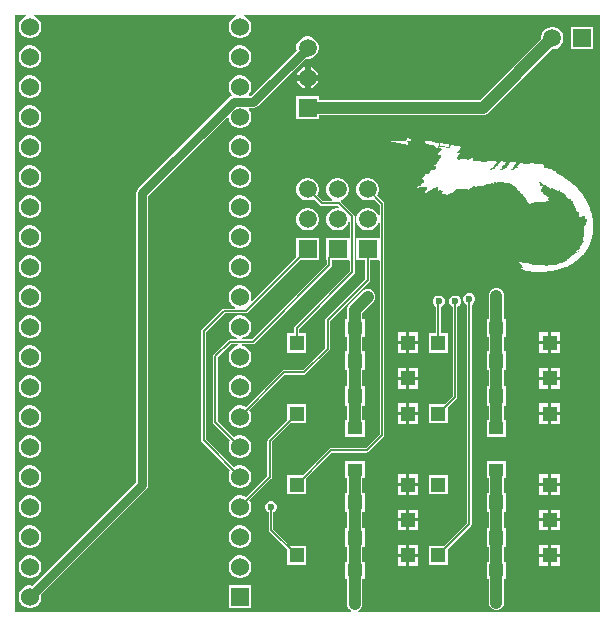
<source format=gtl>
G04*
G04 #@! TF.GenerationSoftware,Altium Limited,Altium Designer,21.5.1 (32)*
G04*
G04 Layer_Physical_Order=1*
G04 Layer_Color=255*
%FSLAX44Y44*%
%MOMM*%
G71*
G04*
G04 #@! TF.SameCoordinates,A6E62D76-81F8-4FAA-A2E2-D8AED4B4A1C6*
G04*
G04*
G04 #@! TF.FilePolarity,Positive*
G04*
G01*
G75*
%ADD13R,1.2500X1.0500*%
%ADD14R,1.2500X1.2500*%
%ADD22C,0.1270*%
%ADD23C,1.0160*%
%ADD24C,0.7620*%
%ADD25R,1.5000X1.5000*%
%ADD26C,1.5000*%
%ADD27C,1.5240*%
%ADD28R,1.5240X1.5240*%
%ADD29R,1.5000X1.5000*%
%ADD30C,0.6000*%
G36*
X497961Y2039D02*
X293107D01*
X292854Y3309D01*
X293202Y3453D01*
X294529Y4471D01*
X295547Y5798D01*
X296187Y7342D01*
X296405Y9000D01*
Y30250D01*
X298250D01*
Y44750D01*
X296405D01*
Y56750D01*
X298250D01*
Y73250D01*
X296405D01*
Y86750D01*
X298250D01*
Y103250D01*
X296405D01*
Y115250D01*
X298250D01*
Y129750D01*
X281750D01*
Y115250D01*
X283595D01*
Y103250D01*
X281750D01*
Y86750D01*
X283595D01*
Y73250D01*
X281750D01*
Y56750D01*
X283595D01*
Y44750D01*
X281750D01*
Y30250D01*
X283595D01*
Y9000D01*
X283813Y7342D01*
X284453Y5798D01*
X285471Y4471D01*
X286798Y3453D01*
X287146Y3309D01*
X286893Y2039D01*
X2039D01*
Y507961D01*
X11592D01*
X11759Y506691D01*
X11287Y506564D01*
X9093Y505298D01*
X7302Y503507D01*
X6036Y501313D01*
X5380Y498867D01*
Y496334D01*
X6036Y493887D01*
X7302Y491693D01*
X9093Y489902D01*
X11287Y488636D01*
X13734Y487980D01*
X16266D01*
X18713Y488636D01*
X20907Y489902D01*
X22698Y491693D01*
X23964Y493887D01*
X24620Y496334D01*
Y498867D01*
X23964Y501313D01*
X22698Y503507D01*
X20907Y505298D01*
X18713Y506564D01*
X18241Y506691D01*
X18408Y507961D01*
X189392D01*
X189559Y506691D01*
X189087Y506564D01*
X186893Y505298D01*
X185102Y503507D01*
X183836Y501313D01*
X183180Y498867D01*
Y496334D01*
X183836Y493887D01*
X185102Y491693D01*
X186893Y489902D01*
X189087Y488636D01*
X191534Y487980D01*
X194067D01*
X196513Y488636D01*
X198707Y489902D01*
X200498Y491693D01*
X201764Y493887D01*
X202420Y496334D01*
Y498867D01*
X201764Y501313D01*
X200498Y503507D01*
X198707Y505298D01*
X196513Y506564D01*
X196041Y506691D01*
X196208Y507961D01*
X497961D01*
X497961Y2039D01*
D02*
G37*
%LPC*%
G36*
X492100Y497500D02*
X473100D01*
Y478500D01*
X492100D01*
Y497500D01*
D02*
G37*
G36*
X251251Y489500D02*
X248749D01*
X246333Y488853D01*
X244167Y487602D01*
X242398Y485833D01*
X241147Y483667D01*
X240500Y481251D01*
Y478749D01*
X240695Y478020D01*
X201955Y439280D01*
X200544D01*
X200058Y440453D01*
X200498Y440893D01*
X201764Y443087D01*
X202420Y445533D01*
Y448066D01*
X201764Y450513D01*
X200498Y452707D01*
X198707Y454498D01*
X196513Y455764D01*
X194067Y456420D01*
X191534D01*
X189087Y455764D01*
X186893Y454498D01*
X185102Y452707D01*
X183836Y450513D01*
X183180Y448066D01*
Y445533D01*
X183836Y443087D01*
X185102Y440893D01*
X185919Y440076D01*
X185742Y439496D01*
X185411Y438788D01*
X183877Y437762D01*
X106337Y360223D01*
X105215Y358543D01*
X104820Y356561D01*
Y112145D01*
X17078Y24403D01*
X16266Y24620D01*
X13734D01*
X11287Y23964D01*
X9093Y22698D01*
X7302Y20907D01*
X6036Y18713D01*
X5380Y16266D01*
Y13734D01*
X6036Y11287D01*
X7302Y9093D01*
X9093Y7302D01*
X11287Y6036D01*
X13734Y5380D01*
X16266D01*
X18713Y6036D01*
X20907Y7302D01*
X22698Y9093D01*
X23964Y11287D01*
X24620Y13734D01*
Y16266D01*
X24403Y17078D01*
X113663Y106337D01*
X114785Y108018D01*
X115180Y110000D01*
Y354415D01*
X182007Y421242D01*
X183180Y420756D01*
Y420134D01*
X183836Y417687D01*
X185102Y415493D01*
X186893Y413702D01*
X189087Y412436D01*
X191534Y411780D01*
X194067D01*
X196513Y412436D01*
X198707Y413702D01*
X200498Y415493D01*
X201764Y417687D01*
X202420Y420134D01*
Y422667D01*
X201764Y425113D01*
X200498Y427307D01*
X200058Y427747D01*
X200544Y428921D01*
X204100D01*
X206082Y429315D01*
X207763Y430438D01*
X248020Y470695D01*
X248749Y470500D01*
X251251D01*
X253667Y471147D01*
X255833Y472398D01*
X257602Y474167D01*
X258853Y476333D01*
X259500Y478749D01*
Y481251D01*
X258853Y483667D01*
X257602Y485833D01*
X255833Y487602D01*
X253667Y488853D01*
X251251Y489500D01*
D02*
G37*
G36*
X194067Y481820D02*
X191534D01*
X189087Y481164D01*
X186893Y479898D01*
X185102Y478107D01*
X183836Y475913D01*
X183180Y473466D01*
Y470933D01*
X183836Y468487D01*
X185102Y466293D01*
X186893Y464502D01*
X189087Y463236D01*
X191534Y462580D01*
X194067D01*
X196513Y463236D01*
X198707Y464502D01*
X200498Y466293D01*
X201764Y468487D01*
X202420Y470933D01*
Y473466D01*
X201764Y475913D01*
X200498Y478107D01*
X198707Y479898D01*
X196513Y481164D01*
X194067Y481820D01*
D02*
G37*
G36*
X16266D02*
X13734D01*
X11287Y481164D01*
X9093Y479898D01*
X7302Y478107D01*
X6036Y475913D01*
X5380Y473466D01*
Y470933D01*
X6036Y468487D01*
X7302Y466293D01*
X9093Y464502D01*
X11287Y463236D01*
X13734Y462580D01*
X16266D01*
X18713Y463236D01*
X20907Y464502D01*
X22698Y466293D01*
X23964Y468487D01*
X24620Y470933D01*
Y473466D01*
X23964Y475913D01*
X22698Y478107D01*
X20907Y479898D01*
X18713Y481164D01*
X16266Y481820D01*
D02*
G37*
G36*
X252540Y463755D02*
Y457140D01*
X259154D01*
X258853Y458267D01*
X257602Y460433D01*
X255833Y462202D01*
X253667Y463453D01*
X252540Y463755D01*
D02*
G37*
G36*
X247460D02*
X246333Y463453D01*
X244167Y462202D01*
X242398Y460433D01*
X241147Y458267D01*
X240846Y457140D01*
X247460D01*
Y463755D01*
D02*
G37*
G36*
X259154Y452060D02*
X252540D01*
Y445446D01*
X253667Y445747D01*
X255833Y446998D01*
X257602Y448767D01*
X258853Y450933D01*
X259154Y452060D01*
D02*
G37*
G36*
X247460D02*
X240846D01*
X241147Y450933D01*
X242398Y448767D01*
X244167Y446998D01*
X246333Y445747D01*
X247460Y445446D01*
Y452060D01*
D02*
G37*
G36*
X16266Y456420D02*
X13734D01*
X11287Y455764D01*
X9093Y454498D01*
X7302Y452707D01*
X6036Y450513D01*
X5380Y448066D01*
Y445533D01*
X6036Y443087D01*
X7302Y440893D01*
X9093Y439102D01*
X11287Y437836D01*
X13734Y437180D01*
X16266D01*
X18713Y437836D01*
X20907Y439102D01*
X22698Y440893D01*
X23964Y443087D01*
X24620Y445533D01*
Y448066D01*
X23964Y450513D01*
X22698Y452707D01*
X20907Y454498D01*
X18713Y455764D01*
X16266Y456420D01*
D02*
G37*
G36*
X458451Y497500D02*
X455949D01*
X453533Y496853D01*
X451367Y495602D01*
X449598Y493833D01*
X448347Y491667D01*
X447700Y489251D01*
Y487558D01*
X395747Y435605D01*
X259500D01*
Y438700D01*
X240500D01*
Y419700D01*
X259500D01*
Y422795D01*
X398400D01*
X400058Y423013D01*
X401602Y423653D01*
X402929Y424671D01*
X456758Y478500D01*
X458451D01*
X460867Y479147D01*
X463033Y480398D01*
X464802Y482167D01*
X466053Y484333D01*
X466700Y486749D01*
Y489251D01*
X466053Y491667D01*
X464802Y493833D01*
X463033Y495602D01*
X460867Y496853D01*
X458451Y497500D01*
D02*
G37*
G36*
X16266Y431020D02*
X13734D01*
X11287Y430364D01*
X9093Y429098D01*
X7302Y427307D01*
X6036Y425113D01*
X5380Y422667D01*
Y420134D01*
X6036Y417687D01*
X7302Y415493D01*
X9093Y413702D01*
X11287Y412436D01*
X13734Y411780D01*
X16266D01*
X18713Y412436D01*
X20907Y413702D01*
X22698Y415493D01*
X23964Y417687D01*
X24620Y420134D01*
Y422667D01*
X23964Y425113D01*
X22698Y427307D01*
X20907Y429098D01*
X18713Y430364D01*
X16266Y431020D01*
D02*
G37*
G36*
X354814Y401111D02*
X353853D01*
X353587Y400951D01*
X352317Y400951D01*
X349048Y400951D01*
Y400471D01*
X349071D01*
X349194Y400365D01*
X349208Y400311D01*
X349349Y400197D01*
X349368Y400150D01*
X349496Y400054D01*
X349528Y399990D01*
X349529Y399990D01*
X350244Y399417D01*
X350489Y399189D01*
X351290Y398549D01*
X351426Y398481D01*
X351931Y398228D01*
X352397Y398073D01*
X352411Y398068D01*
X353532Y397748D01*
X354173Y397588D01*
X354814Y397428D01*
Y397428D01*
X355774D01*
Y397268D01*
X357081D01*
X358177Y396787D01*
X358653Y395679D01*
X358657Y395666D01*
Y395186D01*
X360337Y395186D01*
X361540Y395025D01*
X362141D01*
X362341Y394865D01*
X362679D01*
X363523Y393933D01*
X363130Y393215D01*
X362821Y392783D01*
D01*
X362021Y391982D01*
X362021D01*
Y391822D01*
X361861D01*
Y391822D01*
X361092Y391182D01*
X361060D01*
Y391182D01*
X360739Y390861D01*
X360739D01*
X360739Y390209D01*
X360739Y389900D01*
X360419Y389580D01*
X360419Y389580D01*
X360259Y389420D01*
X360259D01*
Y388939D01*
X361540D01*
X361541Y388939D01*
X362817Y388729D01*
X362958Y388565D01*
X362821Y387338D01*
X362715Y387018D01*
X362661Y387017D01*
X362629Y386825D01*
X362501Y386697D01*
X362501Y386697D01*
X362231Y386158D01*
X361930Y385685D01*
X361700Y385416D01*
X361380Y384935D01*
X361220Y384775D01*
X360579Y383975D01*
X360259Y383654D01*
X360208Y383494D01*
X359939D01*
X359885Y383334D01*
X359779D01*
X359746Y383174D01*
X359618D01*
X359594Y383006D01*
X359427Y382376D01*
X359138Y381732D01*
Y381572D01*
X359126Y381536D01*
X358706Y381043D01*
X358441Y380818D01*
X358138Y380611D01*
X357216D01*
Y380131D01*
X357456Y380131D01*
X357536Y379970D01*
X357989Y379970D01*
X358177Y379810D01*
X358446D01*
X358779Y379387D01*
X358956Y379006D01*
X358703Y377852D01*
X358532Y377749D01*
X358497Y377728D01*
X357536Y377088D01*
X356736Y376607D01*
X356415Y376447D01*
X355791Y376197D01*
X354963Y375953D01*
X354411Y375806D01*
X354173Y375807D01*
X353532Y375646D01*
X353532Y375326D01*
X353372Y374205D01*
X352948Y373693D01*
X351931Y373084D01*
D01*
X351368Y372924D01*
X349849Y372924D01*
X349736Y372773D01*
X349688Y372763D01*
X349688Y372763D01*
X349369Y372284D01*
X349368Y372283D01*
X349368Y372283D01*
X348888Y371642D01*
X348887Y371641D01*
X348142Y370736D01*
X347842Y370437D01*
X346973Y369646D01*
X346646Y369400D01*
X346645Y369399D01*
X346025Y368933D01*
X346005Y368920D01*
X345965Y368759D01*
X345845Y368759D01*
Y368279D01*
X347126D01*
X347960Y368340D01*
X348624Y367860D01*
X348933Y367165D01*
X348567Y366357D01*
D01*
X348247Y366037D01*
X348247Y366037D01*
X347927Y365716D01*
X347927D01*
Y365716D01*
X347767Y365556D01*
X347767D01*
Y365396D01*
X347607D01*
Y365236D01*
X347446D01*
Y365076D01*
X347286D01*
Y364916D01*
X347126D01*
Y364756D01*
X346806D01*
Y364595D01*
X346646D01*
Y364435D01*
X346485D01*
Y364275D01*
X346325D01*
Y364115D01*
X346165D01*
Y364115D01*
X345781Y363795D01*
X345685D01*
Y363795D01*
X344884Y363154D01*
X344403Y362834D01*
X344325Y362755D01*
X344169Y362662D01*
D01*
X343908Y362506D01*
X343602Y362353D01*
X342802Y361873D01*
Y361392D01*
X344403Y361392D01*
X344563Y361552D01*
X344788Y361552D01*
X345685Y361552D01*
Y361712D01*
X346165D01*
Y361873D01*
X347446D01*
X347446Y361873D01*
X348247Y362033D01*
X348888Y362193D01*
X349734Y362475D01*
X349929Y362449D01*
X350649Y361873D01*
X350672D01*
X350767Y361792D01*
X351450Y360912D01*
X351450Y360911D01*
X351034Y360288D01*
X350329Y359310D01*
X350329D01*
X349840Y358577D01*
X349468Y358019D01*
X349208Y357709D01*
X348888Y357228D01*
X348888Y356748D01*
X349528D01*
X349849Y356908D01*
X349849D01*
X350489Y357228D01*
X351450Y357709D01*
X351450Y357869D01*
X351771D01*
Y358029D01*
X352091D01*
Y358189D01*
X352411D01*
Y358349D01*
X352732D01*
Y358509D01*
X353052D01*
Y358670D01*
X353212D01*
Y358830D01*
X353532D01*
Y358990D01*
X353853D01*
Y359150D01*
X354173D01*
Y359310D01*
X354493D01*
Y359470D01*
X354654D01*
Y359630D01*
X354974Y359630D01*
Y359791D01*
X355294D01*
Y359951D01*
X355454D01*
Y360111D01*
X355774D01*
Y360271D01*
X355935D01*
Y360431D01*
X356255D01*
Y360591D01*
X356575D01*
Y360752D01*
X356735D01*
Y360912D01*
X357056D01*
Y361072D01*
X357216D01*
Y361232D01*
X357536D01*
Y361392D01*
X357857D01*
Y361392D01*
X358457Y361873D01*
X358497D01*
Y361873D01*
X358657Y362033D01*
X358657Y362033D01*
X359181Y362534D01*
X359340Y362613D01*
X359914Y362771D01*
X360877Y361916D01*
X360889Y361479D01*
X360636Y360494D01*
X360419Y359951D01*
Y359951D01*
X360259Y359631D01*
X360259D01*
X360259Y359630D01*
X360099Y359310D01*
X359979Y358830D01*
X359939Y358830D01*
X359939Y358670D01*
X359939Y358349D01*
X360579D01*
X360579Y358456D01*
X360900Y358509D01*
X360900Y358669D01*
X361220Y358670D01*
X361220Y358830D01*
X361380Y358830D01*
X361380Y358990D01*
X361424Y358990D01*
X361700Y358990D01*
Y359150D01*
X362021D01*
Y359150D01*
X362288Y359310D01*
X362341D01*
Y359310D01*
X362609Y359488D01*
X363273Y359601D01*
X364263Y358703D01*
Y358358D01*
X364402D01*
Y358518D01*
X364562D01*
Y358678D01*
X364882D01*
X364882Y358518D01*
X364722D01*
Y358358D01*
X364562D01*
Y358199D01*
Y358038D01*
Y357878D01*
X364402D01*
Y357719D01*
Y357559D01*
X364257D01*
X364242Y357542D01*
Y357398D01*
Y357239D01*
Y357079D01*
X364082D01*
Y356918D01*
Y356759D01*
X363922D01*
Y356599D01*
Y356439D01*
X363782D01*
Y356107D01*
X364082Y356007D01*
Y356119D01*
X364242D01*
Y356279D01*
X364562D01*
Y356439D01*
X364722D01*
Y356279D01*
Y356119D01*
X364562Y356119D01*
Y355959D01*
X364402D01*
X364402Y355807D01*
X364423Y355787D01*
X364423Y355787D01*
X364562D01*
Y355799D01*
X364798D01*
X364938Y355830D01*
X365202Y355888D01*
Y355959D01*
X366162D01*
Y356119D01*
X366642D01*
X366642Y356279D01*
X366962D01*
Y356439D01*
X367122D01*
Y356599D01*
X367282D01*
Y356759D01*
X367442D01*
Y356918D01*
X367602D01*
Y356759D01*
Y356599D01*
X367442D01*
Y356439D01*
X367282D01*
Y356279D01*
X367122D01*
Y356119D01*
Y355959D01*
X366962D01*
Y355799D01*
Y355639D01*
Y355479D01*
X366802D01*
Y355345D01*
X366825Y355306D01*
Y355306D01*
X367282Y355306D01*
Y355319D01*
X367356D01*
X367442Y355340D01*
Y355479D01*
X367762D01*
Y355420D01*
X367868Y355447D01*
X368014Y355466D01*
X368402D01*
Y355479D01*
X368612D01*
X368882Y355614D01*
Y355639D01*
X368944D01*
X369362Y355778D01*
Y355799D01*
X369424D01*
X369682Y355885D01*
Y355959D01*
X369869D01*
Y356040D01*
X370023Y356107D01*
X370162D01*
Y356119D01*
X370349D01*
Y356267D01*
X370669D01*
Y356427D01*
X371310D01*
Y356587D01*
X371630D01*
Y356748D01*
X371790D01*
Y356908D01*
X372111D01*
Y356908D01*
X372911Y357548D01*
X373392Y357869D01*
X374033Y358349D01*
X374433Y358670D01*
X374513Y358670D01*
X374673Y358830D01*
X374673D01*
X374833Y358990D01*
X374833Y359470D01*
X375780Y359895D01*
X376115Y359951D01*
X376716Y360111D01*
X376915D01*
X376915Y360111D01*
X377517Y360271D01*
X377556Y360271D01*
X378197Y360431D01*
X379400Y360591D01*
X380279Y360591D01*
Y360591D01*
X380759D01*
Y360591D01*
X383001D01*
X383162Y360431D01*
X383802Y360271D01*
X385036Y360091D01*
X385564Y359951D01*
X386204Y359791D01*
X386525D01*
X386673Y359885D01*
X386800Y359896D01*
Y359958D01*
X387806D01*
Y360431D01*
X387817Y360438D01*
X387761D01*
Y360598D01*
X387600D01*
Y360758D01*
X387440D01*
Y360918D01*
X387121D01*
Y361078D01*
X386960D01*
Y361238D01*
X386800D01*
Y361398D01*
X386641Y361398D01*
Y361558D01*
X386960D01*
Y361398D01*
X387121D01*
Y361238D01*
X387440D01*
Y361078D01*
X389263D01*
X389360Y361119D01*
Y361238D01*
X389520D01*
Y361398D01*
X389200D01*
Y361558D01*
X388880D01*
X388880Y361718D01*
X388560D01*
X388560Y361878D01*
X388400D01*
Y362038D01*
X388240D01*
X388240Y362198D01*
X388400D01*
Y362038D01*
X388880D01*
Y361878D01*
X389360Y361878D01*
Y361718D01*
X389840D01*
X389840Y361558D01*
X391009D01*
Y361873D01*
X391022Y361878D01*
X390800D01*
Y362038D01*
X390640D01*
Y362198D01*
X390320D01*
Y362358D01*
X390160D01*
Y362518D01*
X389840D01*
Y362678D01*
X389520D01*
Y362838D01*
Y362998D01*
X389680D01*
Y362838D01*
X390000D01*
Y362678D01*
X390480D01*
Y362518D01*
X390960D01*
Y362358D01*
X392080D01*
Y362198D01*
X393737D01*
X393892Y362353D01*
X395920Y362353D01*
Y362358D01*
X396141D01*
X396354Y362518D01*
X396240D01*
Y362678D01*
X396080D01*
Y362838D01*
X395920D01*
Y362998D01*
X395760D01*
Y363158D01*
X395440D01*
Y363318D01*
X395280D01*
Y363478D01*
X395120D01*
Y363638D01*
X394800D01*
Y363798D01*
X394640D01*
Y363958D01*
X394800D01*
Y363798D01*
X395120D01*
Y363638D01*
X395440D01*
Y363478D01*
X395760D01*
Y363318D01*
X395920D01*
Y363158D01*
X396240D01*
Y362998D01*
X396560D01*
Y362838D01*
X397104D01*
X397424Y362998D01*
X397360D01*
Y363158D01*
X397040D01*
Y363318D01*
X396880D01*
Y363478D01*
X396560D01*
Y363638D01*
X396400D01*
Y363798D01*
X396240D01*
Y363958D01*
X396080D01*
Y364118D01*
X396400D01*
Y363958D01*
X396560D01*
Y363798D01*
X396720D01*
Y363638D01*
X397040D01*
Y363478D01*
X397200D01*
Y363318D01*
X397680D01*
Y363158D01*
X398479D01*
Y363154D01*
X398697D01*
X399119Y363295D01*
Y363318D01*
X398960D01*
Y363478D01*
X398800D01*
Y363638D01*
X398479D01*
Y363798D01*
X398320D01*
Y363958D01*
X398000D01*
Y364118D01*
X397840D01*
Y364278D01*
X397680D01*
Y364438D01*
X397520D01*
Y364598D01*
X397680D01*
Y364438D01*
X398000D01*
Y364278D01*
X398320D01*
Y364118D01*
X398479D01*
Y363958D01*
X398639D01*
Y363798D01*
X398960D01*
Y363638D01*
X399599D01*
Y363478D01*
X400239D01*
Y363368D01*
X400739Y363318D01*
X401420D01*
Y363634D01*
X401519Y363719D01*
Y363798D01*
X401359D01*
Y363958D01*
X401199D01*
Y364118D01*
X400879D01*
Y364278D01*
X400719D01*
Y364438D01*
X400559D01*
Y364598D01*
X400239D01*
Y364758D01*
X399919D01*
Y364918D01*
X399759Y364918D01*
Y365078D01*
X399599Y365078D01*
Y365238D01*
X399759D01*
X399759Y365078D01*
X400079Y365078D01*
Y364918D01*
X400399D01*
Y364758D01*
X400719D01*
Y364598D01*
X401199Y364598D01*
Y364438D01*
X402864D01*
X403021Y364595D01*
X404559Y364595D01*
Y364598D01*
X405272D01*
X405762Y364738D01*
X406159Y364743D01*
Y364758D01*
X405679D01*
Y364918D01*
X405519D01*
Y365078D01*
X405199D01*
Y365238D01*
X405039D01*
Y365398D01*
X404879D01*
Y365558D01*
X404559D01*
Y365718D01*
X404399D01*
Y365878D01*
X404559D01*
Y365718D01*
X404879D01*
Y365558D01*
X405199D01*
Y365398D01*
X405519D01*
Y365238D01*
X405679D01*
Y365078D01*
X406159D01*
Y364918D01*
X406799D01*
Y364758D01*
X407986D01*
Y364901D01*
X408079Y364970D01*
Y365078D01*
X407919Y365078D01*
Y365238D01*
Y365398D01*
X407759D01*
Y365558D01*
X407919D01*
Y365398D01*
X408079D01*
Y365238D01*
X408239D01*
Y365398D01*
Y365558D01*
Y365718D01*
X408079D01*
Y365878D01*
Y366038D01*
Y366198D01*
Y366358D01*
X407919D01*
Y366518D01*
X407759D01*
Y366678D01*
Y366838D01*
X407599D01*
Y366998D01*
X407759D01*
Y366838D01*
X408079D01*
Y366678D01*
Y366518D01*
X408239D01*
Y366358D01*
X408559Y366358D01*
Y366198D01*
X408719D01*
Y366038D01*
X409039Y366038D01*
Y365878D01*
X409519D01*
Y365719D01*
X409552Y365718D01*
X409839D01*
Y365591D01*
X409905Y365558D01*
X410159D01*
Y365556D01*
X410228D01*
X410479Y365656D01*
Y365718D01*
Y365878D01*
X410318D01*
Y366038D01*
Y366198D01*
X410159D01*
Y366358D01*
X409999D01*
Y366518D01*
Y366678D01*
X409839D01*
Y366838D01*
Y366998D01*
X409679D01*
Y367158D01*
X409839D01*
Y366998D01*
X409999Y366998D01*
Y366838D01*
Y366678D01*
X410159D01*
Y366518D01*
X410318D01*
Y366358D01*
X410479Y366358D01*
X410479Y366198D01*
X410639D01*
Y366038D01*
X410959D01*
Y365878D01*
X411191D01*
X411438Y366026D01*
Y366038D01*
X411278D01*
Y366198D01*
Y366358D01*
Y366518D01*
X411119D01*
Y366678D01*
Y366838D01*
X410959D01*
Y366998D01*
Y367158D01*
X410798Y367158D01*
Y367318D01*
Y367478D01*
X410959D01*
Y367318D01*
X411119D01*
Y367158D01*
X411278Y367158D01*
X411278Y366998D01*
X411438D01*
Y366838D01*
X411598Y366838D01*
Y366678D01*
X411758D01*
Y366518D01*
X412078D01*
Y366358D01*
X412398D01*
Y366357D01*
X412470D01*
X412718Y366440D01*
Y366518D01*
X412558D01*
Y366678D01*
Y366838D01*
Y366998D01*
X412398D01*
Y367158D01*
Y367318D01*
Y367478D01*
X412238D01*
Y367638D01*
X412078D01*
Y367798D01*
Y367958D01*
X412398D01*
Y367798D01*
Y367638D01*
X412558Y367638D01*
Y367478D01*
Y367318D01*
X412718D01*
Y367158D01*
X412878Y367158D01*
Y366998D01*
X413198D01*
Y366838D01*
X413358D01*
Y366678D01*
X413838D01*
Y366634D01*
X413998Y366554D01*
Y366678D01*
X413838D01*
Y366838D01*
Y366998D01*
X413678D01*
Y367158D01*
Y367318D01*
X413518D01*
Y367478D01*
X413678D01*
Y367318D01*
X413838D01*
Y367158D01*
X413998Y367158D01*
Y366998D01*
X414158D01*
Y366838D01*
Y366678D01*
X414318D01*
Y366518D01*
X414478D01*
Y366358D01*
X414798Y366358D01*
Y366198D01*
X415278D01*
Y366038D01*
X415758Y366038D01*
Y365878D01*
X416238D01*
Y365738D01*
X416309Y365718D01*
X416646D01*
X416806Y365738D01*
X416878Y365737D01*
Y365878D01*
X416718D01*
X416718Y366038D01*
Y366198D01*
X416718Y366358D01*
X416558Y366358D01*
Y366518D01*
Y366678D01*
X416398D01*
Y366838D01*
X416238D01*
Y366998D01*
Y367158D01*
X416078D01*
Y367318D01*
Y367478D01*
X415918D01*
Y367638D01*
X415758Y367638D01*
Y367798D01*
X415758Y367958D01*
X415918D01*
Y367798D01*
X416078D01*
Y367638D01*
X416238D01*
Y367478D01*
Y367318D01*
X416398D01*
Y367158D01*
X416558D01*
Y366998D01*
X416718Y366998D01*
Y366838D01*
X416878D01*
Y366678D01*
X417038D01*
Y366518D01*
X417198D01*
Y366358D01*
X417358D01*
X417358Y366198D01*
X417678D01*
Y366038D01*
X417838D01*
Y365878D01*
X418158D01*
Y365718D01*
X418478D01*
Y365558D01*
X418798D01*
Y365398D01*
X419118D01*
Y365238D01*
X419438D01*
Y365078D01*
X419758D01*
Y364996D01*
X419838Y364980D01*
Y364918D01*
X420398D01*
Y365078D01*
X420238D01*
Y365238D01*
Y365398D01*
Y365558D01*
Y365718D01*
Y365878D01*
X420078D01*
Y366038D01*
Y366198D01*
X419918D01*
Y366358D01*
Y366518D01*
Y366678D01*
X419758D01*
Y366838D01*
Y366998D01*
X419918D01*
Y366838D01*
X420078D01*
Y366678D01*
Y366518D01*
X420238D01*
Y366358D01*
Y366198D01*
X420398D01*
Y366038D01*
Y365878D01*
X420558D01*
Y365718D01*
X420718D01*
Y365558D01*
X420878D01*
Y365398D01*
Y365238D01*
X421198D01*
Y365078D01*
X421358D01*
Y364918D01*
X421518D01*
Y364758D01*
X421678D01*
X421678Y364598D01*
X421838D01*
Y364438D01*
X421998D01*
Y364330D01*
X422076Y364278D01*
X422477D01*
Y364438D01*
Y364598D01*
Y364758D01*
Y364918D01*
Y365078D01*
Y365238D01*
Y365398D01*
Y365558D01*
X422477Y365718D01*
X422477Y365878D01*
X422637D01*
X422637Y365718D01*
X422637Y365558D01*
Y365398D01*
X422798D01*
Y365238D01*
Y365078D01*
Y364918D01*
Y364758D01*
X422957D01*
X422957Y364598D01*
X422957Y364438D01*
X423117D01*
Y364278D01*
X423277D01*
Y364118D01*
Y363958D01*
X423438D01*
Y363798D01*
X423597D01*
X423597Y363638D01*
Y363478D01*
X423757D01*
Y363318D01*
X423917D01*
Y363158D01*
X424077D01*
Y362998D01*
X424237D01*
Y362838D01*
Y362834D01*
X424482Y362834D01*
X424557Y362784D01*
Y362838D01*
Y362998D01*
Y363158D01*
X424717D01*
X424717Y363318D01*
Y363478D01*
Y363638D01*
Y363798D01*
Y363958D01*
Y364118D01*
Y364278D01*
X424877D01*
Y364438D01*
Y364598D01*
X425037D01*
Y364438D01*
Y364278D01*
Y364118D01*
Y363958D01*
Y363798D01*
Y363638D01*
Y363478D01*
Y363318D01*
X425197D01*
Y363158D01*
Y362998D01*
Y362838D01*
X425357D01*
Y362678D01*
Y362518D01*
Y362358D01*
X425517D01*
Y362198D01*
X425677D01*
Y362038D01*
Y361878D01*
X425837D01*
Y361718D01*
Y361712D01*
X425947Y361712D01*
X425997Y361662D01*
Y361718D01*
X426157D01*
Y361878D01*
Y362038D01*
X426317D01*
Y362198D01*
Y362358D01*
Y362518D01*
Y362678D01*
Y362838D01*
Y362998D01*
Y363158D01*
Y363318D01*
Y363478D01*
X426477D01*
Y363638D01*
X426317D01*
Y363798D01*
X426637D01*
Y363638D01*
Y363478D01*
Y363318D01*
Y363158D01*
Y362998D01*
Y362838D01*
Y362678D01*
Y362518D01*
Y362358D01*
Y362198D01*
Y362038D01*
Y361878D01*
Y361718D01*
Y361558D01*
Y361398D01*
X426797D01*
Y361238D01*
Y361078D01*
Y360918D01*
X426957D01*
Y360758D01*
Y360598D01*
Y360534D01*
X426989Y360438D01*
X427117D01*
Y360278D01*
Y360271D01*
X427365D01*
X427437Y360163D01*
Y360278D01*
Y360438D01*
Y360598D01*
Y360758D01*
Y360918D01*
Y361078D01*
Y361238D01*
X427597D01*
Y361398D01*
Y361558D01*
X427757D01*
Y361398D01*
Y361238D01*
Y361078D01*
X427757Y360918D01*
Y360758D01*
X427757Y360598D01*
Y360438D01*
Y360278D01*
Y360118D01*
X427597D01*
Y359958D01*
Y359923D01*
X427757Y359683D01*
Y359798D01*
Y359958D01*
X427917D01*
Y359798D01*
Y359638D01*
Y359478D01*
X428077D01*
Y359318D01*
Y359255D01*
X428166Y359186D01*
Y359158D01*
X428237D01*
Y358998D01*
Y358871D01*
X428257Y358838D01*
X428397D01*
Y358678D01*
Y358563D01*
X428427Y358518D01*
X428557D01*
Y358358D01*
Y358278D01*
X428637Y358199D01*
X428717D01*
Y358189D01*
X428807Y358189D01*
X428877Y358169D01*
Y358199D01*
X429037D01*
Y358358D01*
Y358518D01*
Y358678D01*
X429197D01*
X429197Y358838D01*
Y358998D01*
Y359158D01*
Y359318D01*
X429357Y359318D01*
Y359478D01*
Y359638D01*
Y359798D01*
Y359958D01*
Y360118D01*
Y360278D01*
Y360438D01*
Y360598D01*
Y360758D01*
X429517D01*
Y360918D01*
X429677D01*
Y360758D01*
Y360598D01*
Y360438D01*
Y360278D01*
X429677Y360118D01*
X429677Y359958D01*
Y359798D01*
Y359638D01*
Y359478D01*
X429677Y359318D01*
X429677Y359158D01*
Y358998D01*
Y358838D01*
X429677Y358678D01*
X429837D01*
Y358518D01*
Y358358D01*
Y358199D01*
X429997D01*
Y358038D01*
X429997Y357878D01*
X429997Y357730D01*
X430003Y357719D01*
X430157D01*
Y357559D01*
Y357410D01*
X430163Y357398D01*
X430317D01*
Y357239D01*
Y357090D01*
X430403Y356918D01*
X430477D01*
Y356908D01*
X430728D01*
X430797Y356794D01*
Y356918D01*
X430957D01*
X430957Y357079D01*
Y357239D01*
Y357398D01*
Y357559D01*
Y357719D01*
Y357878D01*
X431117D01*
Y357719D01*
Y357559D01*
Y357398D01*
Y357239D01*
Y357079D01*
Y356918D01*
Y356759D01*
Y356599D01*
Y356439D01*
Y356279D01*
Y356261D01*
X431202Y356119D01*
X431277D01*
Y356107D01*
X431529Y356107D01*
X431720Y355959D01*
X431757D01*
Y356119D01*
X431757Y356279D01*
Y356439D01*
Y356599D01*
Y356759D01*
Y356918D01*
X431917D01*
Y356759D01*
Y356599D01*
Y356439D01*
Y356279D01*
Y356119D01*
Y355959D01*
X432077D01*
Y355799D01*
Y355682D01*
X432237Y355558D01*
Y355639D01*
Y355799D01*
Y355959D01*
Y356119D01*
X432397D01*
Y356279D01*
Y356439D01*
X432557D01*
Y356279D01*
Y356119D01*
Y355959D01*
Y355799D01*
Y355639D01*
Y355479D01*
Y355319D01*
Y355159D01*
Y354999D01*
Y354839D01*
Y354737D01*
X432600Y354679D01*
X432717D01*
Y354524D01*
X432720Y354519D01*
X432877D01*
Y354359D01*
Y354279D01*
X432957Y354199D01*
X433037D01*
Y354169D01*
X433348Y354091D01*
X433357Y354076D01*
Y354199D01*
X433517D01*
Y354039D01*
X433677D01*
Y353879D01*
Y353719D01*
X433837D01*
Y353559D01*
Y353399D01*
X433997D01*
Y353239D01*
Y353079D01*
X434156D01*
Y352919D01*
X434316D01*
Y352759D01*
Y352599D01*
X434477D01*
Y352439D01*
Y352279D01*
X434636D01*
X434636Y352119D01*
Y351959D01*
Y351814D01*
X434644Y351799D01*
X434796D01*
Y351639D01*
Y351494D01*
X434804Y351479D01*
X434957D01*
X434957Y351319D01*
X434957Y351174D01*
X434964Y351159D01*
X435117D01*
Y350999D01*
Y350854D01*
X435124Y350839D01*
X435276D01*
Y350679D01*
Y350534D01*
X435284Y350519D01*
X435436D01*
Y350359D01*
Y350214D01*
X435444Y350199D01*
X435596D01*
Y350039D01*
X435596Y349894D01*
X435604Y349879D01*
X435756D01*
Y349719D01*
X435684D01*
X435854Y349380D01*
X435854D01*
X436014Y349060D01*
X436430Y348852D01*
X437455Y348259D01*
Y348259D01*
X438096Y347939D01*
X438736Y347939D01*
X438989Y348141D01*
X439330Y348250D01*
X439857Y348419D01*
X440178Y348259D01*
X440818Y348259D01*
Y348259D01*
X441418Y348739D01*
X442022Y348900D01*
X442580D01*
X442832Y349026D01*
X443422Y349122D01*
X444342Y349060D01*
Y349060D01*
X448026D01*
Y349220D01*
X449787D01*
Y349380D01*
X450748D01*
Y349540D01*
X451709D01*
X451709Y349701D01*
X452670D01*
X452670Y349861D01*
X453471Y349861D01*
X453738Y350021D01*
X453951D01*
X454058Y350181D01*
X454112D01*
X454272Y350341D01*
X454272Y350502D01*
X454217Y350502D01*
X454146Y350593D01*
X454112Y350662D01*
X454106Y350679D01*
X453995D01*
Y350839D01*
X453675Y350839D01*
Y350999D01*
X452715D01*
Y351159D01*
X452555D01*
Y350999D01*
X452235D01*
Y351159D01*
X452395D01*
Y351319D01*
X453355D01*
Y351479D01*
X453675D01*
Y351639D01*
X453791D01*
Y351943D01*
X453801Y351959D01*
X453675D01*
Y352119D01*
X453195D01*
Y352279D01*
X452075D01*
Y352439D01*
X451915D01*
Y352599D01*
X452395D01*
Y352439D01*
X453515D01*
Y352599D01*
X453995D01*
Y352759D01*
X454272D01*
Y353064D01*
X454257Y353079D01*
X454155D01*
Y353181D01*
X454112Y353224D01*
X454031Y353224D01*
X454009Y353239D01*
X453835D01*
Y353355D01*
X453791Y353384D01*
X453791D01*
X453762Y353399D01*
X453675D01*
Y353444D01*
X453476Y353559D01*
X453355D01*
Y353629D01*
X453200Y353719D01*
X453035D01*
Y353814D01*
X452923Y353879D01*
X452875D01*
Y353907D01*
X452670Y354025D01*
Y354025D01*
X452646Y354039D01*
X452555D01*
Y354090D01*
X452364Y354199D01*
X452235D01*
Y354272D01*
X452083Y354359D01*
X451435D01*
Y354519D01*
X451802D01*
X451642Y354610D01*
X451549Y354666D01*
X451549Y354826D01*
X451523Y354839D01*
X451435D01*
Y354883D01*
X451229Y354986D01*
X451218Y354999D01*
X451115D01*
Y355119D01*
X451081Y355159D01*
X450955D01*
Y355307D01*
X450945Y355319D01*
X450155D01*
Y355479D01*
X449835D01*
Y355639D01*
X450475Y355639D01*
Y355479D01*
X450808D01*
X450428Y355924D01*
Y355947D01*
X450428D01*
X450413Y355959D01*
X450315D01*
Y356034D01*
X450207Y356119D01*
X449995D01*
Y356279D01*
X449195D01*
Y356439D01*
X449035D01*
Y356599D01*
X449515D01*
Y356439D01*
X449795D01*
X449467Y356693D01*
X449467Y356908D01*
X449456Y356918D01*
X449355D01*
Y357020D01*
X449296Y357079D01*
X449195D01*
Y357179D01*
X448987Y357388D01*
X448485Y357472D01*
X447867Y358040D01*
X447664Y358669D01*
X447597Y359459D01*
X447705Y360111D01*
Y360591D01*
X448318Y361381D01*
X448428Y361522D01*
X448460Y361552D01*
X448826D01*
X448987Y361712D01*
X449467Y361712D01*
X449467Y362193D01*
X449307Y362353D01*
X448506Y362673D01*
X448237Y362763D01*
X448237D01*
X447065Y363154D01*
X446647Y363805D01*
X446584Y364756D01*
X446584Y365236D01*
X446216Y365875D01*
X446189Y366022D01*
X446495Y366298D01*
X447126Y366468D01*
X447544Y366249D01*
X447669Y366102D01*
X447705Y365877D01*
X448066Y365877D01*
X448186Y365717D01*
X448666Y364876D01*
Y364756D01*
X448715Y364706D01*
Y364758D01*
X448875D01*
Y364598D01*
X449035Y364598D01*
Y364438D01*
X449195D01*
Y364300D01*
X449223Y364278D01*
X449355D01*
Y364172D01*
X449423Y364118D01*
X449515D01*
Y364044D01*
X449623Y363958D01*
X449835Y363958D01*
Y363798D01*
X449995D01*
Y363638D01*
X450155D01*
Y363582D01*
X450267Y363554D01*
X450268Y363552D01*
Y363478D01*
X450315D01*
Y363474D01*
X450588Y363474D01*
X450795Y363415D01*
Y363478D01*
Y363638D01*
X450635D01*
Y363798D01*
Y363958D01*
Y364118D01*
X450475D01*
Y364278D01*
Y364438D01*
X450315D01*
Y364598D01*
Y364758D01*
Y364918D01*
X450155Y364918D01*
Y365078D01*
Y365238D01*
X449995D01*
Y365398D01*
Y365558D01*
Y365718D01*
X450155D01*
Y365558D01*
Y365398D01*
X450315D01*
X450315Y365238D01*
Y365078D01*
X450315Y364918D01*
X450475D01*
Y364758D01*
Y364598D01*
X450635Y364598D01*
Y364438D01*
Y364278D01*
X450795D01*
Y364118D01*
X450955D01*
Y363958D01*
X451115Y363958D01*
Y363798D01*
X451275D01*
Y363638D01*
Y363478D01*
X451435D01*
Y363318D01*
X451755D01*
X451755Y363158D01*
X451915D01*
Y362998D01*
X452075D01*
Y362838D01*
X452235D01*
Y362739D01*
X452342Y362678D01*
X452555D01*
Y362518D01*
X452715D01*
Y362430D01*
X452823Y362358D01*
X452875D01*
Y362346D01*
X453152Y362299D01*
X453355Y362205D01*
Y362358D01*
Y362518D01*
X453195D01*
Y362678D01*
Y362838D01*
X453035D01*
X453035Y362998D01*
Y363158D01*
X452875D01*
Y363318D01*
Y363478D01*
X452715D01*
Y363638D01*
X452875D01*
Y363798D01*
X453035D01*
Y363638D01*
Y363478D01*
X453195D01*
Y363318D01*
Y363158D01*
Y362998D01*
X453355D01*
Y362838D01*
Y362678D01*
X453515D01*
Y362518D01*
X453675D01*
Y362358D01*
Y362198D01*
X453835D01*
Y362038D01*
X453995D01*
Y361878D01*
X454155Y361878D01*
Y361718D01*
X454315D01*
Y361558D01*
X454475D01*
Y361398D01*
X454635D01*
Y361240D01*
X454637Y361238D01*
X454795D01*
Y361120D01*
X454850Y361078D01*
X454955D01*
Y361000D01*
X455064Y360918D01*
X455275D01*
Y360758D01*
X455435D01*
Y360640D01*
X455490Y360598D01*
X455755D01*
Y360438D01*
X455915D01*
Y360350D01*
X456022Y360278D01*
X456075D01*
Y360254D01*
X456194Y360165D01*
X456194Y360118D01*
X456395D01*
Y360111D01*
X456514D01*
X456555Y360125D01*
Y360278D01*
Y360438D01*
Y360598D01*
Y360758D01*
X456395D01*
Y360918D01*
Y361078D01*
Y361238D01*
X456235D01*
Y361398D01*
Y361558D01*
Y361718D01*
X456075D01*
Y361878D01*
Y362038D01*
Y362198D01*
X455915D01*
Y362358D01*
Y362518D01*
X455755D01*
Y362678D01*
Y362838D01*
X455595D01*
Y362998D01*
Y363158D01*
Y363318D01*
X455435D01*
Y363478D01*
X455595D01*
Y363318D01*
X455755D01*
Y363158D01*
Y362998D01*
X455915D01*
Y362838D01*
Y362678D01*
X456075D01*
Y362518D01*
Y362358D01*
X456235D01*
Y362198D01*
Y362038D01*
X456395D01*
Y361878D01*
X456555D01*
Y361718D01*
X456715D01*
Y361558D01*
X456875D01*
Y361398D01*
X457035D01*
Y361238D01*
X457195D01*
Y361078D01*
X457515D01*
Y360918D01*
X457674D01*
Y360758D01*
X457994D01*
Y360598D01*
X458154D01*
Y360442D01*
X458199Y360438D01*
X458475D01*
Y360332D01*
X458582Y360278D01*
X458795D01*
Y360172D01*
X458901Y360118D01*
X459114D01*
Y360012D01*
X459221Y359958D01*
X459434D01*
Y359951D01*
X459557D01*
Y359798D01*
X459754D01*
Y359791D01*
X459877D01*
Y359638D01*
X460074D01*
Y359630D01*
X460197D01*
Y359478D01*
X460394D01*
Y359470D01*
X460518D01*
Y359318D01*
X460714D01*
Y359310D01*
X460838D01*
Y359158D01*
X460874D01*
Y359150D01*
X460998D01*
Y358998D01*
X461194D01*
Y358990D01*
X461319D01*
Y358838D01*
X461514D01*
Y358830D01*
X461639D01*
Y358678D01*
X461674D01*
Y358670D01*
X461799Y358670D01*
X461799Y358518D01*
X461994D01*
Y358509D01*
X462119D01*
Y358349D01*
X463241D01*
X464041Y358189D01*
X464541Y358022D01*
X465296Y357697D01*
X465803Y357388D01*
X466283Y357068D01*
X466334Y357068D01*
X467114Y356601D01*
Y356759D01*
X466954D01*
Y356918D01*
Y357079D01*
X466794D01*
Y357239D01*
Y357398D01*
X466634D01*
Y357559D01*
Y357719D01*
X466474D01*
Y357878D01*
Y358038D01*
X466634D01*
Y357878D01*
X466794D01*
Y357719D01*
Y357559D01*
X466954D01*
Y357398D01*
Y357239D01*
X467114D01*
Y357079D01*
X467114Y356918D01*
X467274D01*
Y356759D01*
Y356599D01*
X467434D01*
Y356439D01*
Y356283D01*
X467438Y356279D01*
X467594D01*
Y356119D01*
X467754D01*
Y355959D01*
Y355799D01*
X467914D01*
Y355639D01*
X468074D01*
Y355479D01*
Y355319D01*
X468234D01*
Y355159D01*
Y355024D01*
X468250Y354999D01*
X468394D01*
Y354839D01*
X468554D01*
Y354679D01*
Y354544D01*
X468570Y354519D01*
X468714D01*
Y354359D01*
X468874D01*
Y354199D01*
Y354064D01*
X468890Y354039D01*
X469034D01*
Y353879D01*
X469194D01*
Y353719D01*
X469354D01*
X469353Y353559D01*
Y353399D01*
X469514D01*
Y353239D01*
X469674D01*
X469674Y353079D01*
X469674Y352944D01*
X469690Y352919D01*
X469834D01*
Y352759D01*
X469994D01*
Y352599D01*
X470154D01*
Y352439D01*
Y352397D01*
X470272Y352279D01*
X470313D01*
X470313Y352119D01*
X470474D01*
Y352082D01*
X470628Y351959D01*
X470634D01*
Y352119D01*
X470634Y352279D01*
Y352439D01*
Y352599D01*
Y352759D01*
Y352919D01*
X470474D01*
Y353079D01*
Y353239D01*
Y353399D01*
Y353559D01*
Y353719D01*
Y353879D01*
X470313D01*
Y354039D01*
Y354199D01*
Y354359D01*
X470474D01*
Y354199D01*
X470634D01*
Y354039D01*
Y353879D01*
Y353719D01*
X470634Y353559D01*
X470793D01*
Y353399D01*
Y353239D01*
Y353079D01*
Y352919D01*
Y352759D01*
X470953D01*
Y352599D01*
Y352439D01*
Y352279D01*
X471113D01*
Y352119D01*
Y351959D01*
Y351799D01*
X471273D01*
Y351639D01*
Y351479D01*
Y351446D01*
X471409Y351356D01*
Y351319D01*
X471433D01*
Y351159D01*
Y351142D01*
X471593D01*
Y351159D01*
X471753D01*
Y351319D01*
Y351479D01*
X471913D01*
Y351639D01*
Y351799D01*
X472073D01*
Y351959D01*
Y352119D01*
Y352279D01*
X472233D01*
Y352439D01*
Y352599D01*
Y352759D01*
X472393D01*
Y352919D01*
Y353079D01*
Y353239D01*
Y353399D01*
X472553D01*
Y353559D01*
Y353719D01*
Y353879D01*
Y354039D01*
Y354199D01*
X472713D01*
Y354359D01*
Y354519D01*
Y354679D01*
Y354839D01*
X472873D01*
Y354679D01*
Y354519D01*
Y354359D01*
Y354199D01*
Y354039D01*
Y353879D01*
Y353719D01*
Y353559D01*
X472713D01*
Y353399D01*
Y353239D01*
Y353079D01*
Y352919D01*
Y352759D01*
Y352599D01*
X472873D01*
Y352439D01*
Y352279D01*
Y352119D01*
Y351959D01*
Y351799D01*
Y351639D01*
X473033D01*
Y351479D01*
Y351319D01*
Y351159D01*
X473193D01*
Y350999D01*
Y350839D01*
X473353D01*
Y350679D01*
Y350519D01*
Y350471D01*
X473437Y350359D01*
X473513D01*
Y350199D01*
Y350159D01*
X473571Y350101D01*
X473591Y350039D01*
X473673D01*
X473673Y349879D01*
Y349861D01*
X473811D01*
X473833Y349838D01*
Y349879D01*
X473993D01*
Y350039D01*
Y350199D01*
X473993Y350359D01*
Y350519D01*
X473993Y350679D01*
X473993Y350839D01*
X473993Y350999D01*
Y351159D01*
Y351319D01*
Y351479D01*
Y351639D01*
X473993Y351799D01*
X474153D01*
Y351959D01*
Y352119D01*
X474313D01*
Y351959D01*
Y351799D01*
Y351639D01*
Y351479D01*
Y351319D01*
Y351159D01*
Y350999D01*
Y350839D01*
Y350679D01*
Y350519D01*
Y350359D01*
X474473D01*
Y350199D01*
Y350039D01*
X474473Y349879D01*
Y349719D01*
X474633D01*
Y349559D01*
Y349399D01*
Y349239D01*
Y349079D01*
Y348996D01*
X474659Y348919D01*
X474793D01*
Y348759D01*
Y348599D01*
Y348516D01*
X474819Y348439D01*
X474953D01*
Y348279D01*
Y348119D01*
X475113D01*
Y347959D01*
Y347799D01*
Y347646D01*
X475116Y347639D01*
X475273D01*
Y347479D01*
Y347319D01*
Y347236D01*
X475299Y347159D01*
X475433D01*
Y346999D01*
Y346839D01*
Y346777D01*
X475482Y346679D01*
X475593D01*
Y346519D01*
Y346457D01*
X475642Y346359D01*
X475753D01*
Y346199D01*
Y346137D01*
X475802Y346040D01*
X475913D01*
Y345880D01*
Y345817D01*
X475962Y345719D01*
X476073D01*
Y345560D01*
Y345497D01*
X476122Y345400D01*
X476233D01*
Y345239D01*
Y345177D01*
X476282Y345080D01*
X476393Y345079D01*
X476393Y344920D01*
Y344857D01*
X476442Y344760D01*
X476553D01*
Y344600D01*
Y344537D01*
X476579Y344484D01*
X476602Y344440D01*
X476713D01*
Y344280D01*
Y344207D01*
X476748Y344120D01*
X476873D01*
Y343960D01*
Y343807D01*
X476876Y343800D01*
X477033D01*
X477033Y343640D01*
X477033Y343480D01*
X477193D01*
Y343320D01*
Y343160D01*
Y343088D01*
X477228Y343000D01*
X477353D01*
Y342840D01*
Y342688D01*
X477356Y342680D01*
X477513D01*
Y342520D01*
Y342360D01*
Y342333D01*
X477518D01*
X477575Y342200D01*
X477673D01*
Y342040D01*
Y341880D01*
Y341853D01*
X477815D01*
Y341720D01*
X477833D01*
Y341560D01*
Y341400D01*
X477993D01*
Y341240D01*
Y341080D01*
Y341034D01*
X478107Y340920D01*
X478153D01*
Y340760D01*
Y340720D01*
X478295Y340625D01*
Y340600D01*
X478313D01*
Y340440D01*
Y340411D01*
X478616D01*
X478633Y340398D01*
Y340440D01*
Y340600D01*
Y340760D01*
X478793D01*
Y340920D01*
Y341080D01*
Y341240D01*
Y341400D01*
X478953D01*
Y341560D01*
Y341720D01*
Y341880D01*
X479113D01*
Y342040D01*
Y342200D01*
Y342360D01*
Y342520D01*
X479273D01*
Y342680D01*
Y342840D01*
Y343000D01*
Y343160D01*
Y343320D01*
X479433D01*
Y343480D01*
Y343640D01*
Y343800D01*
X479593D01*
Y343640D01*
Y343480D01*
Y343320D01*
Y343160D01*
Y343000D01*
Y342840D01*
X479433D01*
Y342680D01*
Y342520D01*
Y342360D01*
Y342200D01*
Y342040D01*
Y341880D01*
Y341720D01*
Y341560D01*
Y341400D01*
Y341240D01*
Y341080D01*
Y340920D01*
Y340760D01*
Y340600D01*
Y340440D01*
Y340280D01*
Y340120D01*
X479593D01*
Y339960D01*
Y339800D01*
Y339640D01*
Y339480D01*
Y339320D01*
X479577D01*
Y339290D01*
X479737Y339050D01*
Y338970D01*
X479737Y338970D01*
X479737Y338490D01*
X480217Y337529D01*
Y336568D01*
X481499Y336568D01*
Y336568D01*
X481659Y336728D01*
X481659Y336728D01*
X482459Y337689D01*
X482459D01*
Y337689D01*
X482471Y337700D01*
X483741Y337689D01*
X484542Y337048D01*
X484566D01*
X484702Y336943D01*
X484702Y336728D01*
X484795D01*
X484862Y335458D01*
Y335447D01*
X485194Y335352D01*
X486006Y335024D01*
X486057Y335003D01*
X486316Y334570D01*
X486358Y334314D01*
X486311Y333230D01*
X486143Y332564D01*
X485983Y332404D01*
Y331603D01*
X486143Y331122D01*
Y331029D01*
X485959Y330346D01*
X485860Y330123D01*
X485471Y329618D01*
X485342Y329521D01*
X484862Y329200D01*
X484702Y329040D01*
X483741Y328720D01*
Y328400D01*
X483741Y328294D01*
Y327801D01*
X483752D01*
Y327641D01*
Y327481D01*
Y327321D01*
Y327161D01*
Y327001D01*
Y326841D01*
Y326681D01*
Y326521D01*
Y326361D01*
Y326304D01*
X483852Y326187D01*
X483901Y325833D01*
Y325090D01*
X483901Y324876D01*
X483901Y324793D01*
X483901Y324396D01*
X483962Y324208D01*
X484072Y323873D01*
Y323961D01*
Y324121D01*
X484232D01*
Y324281D01*
Y324441D01*
X484392D01*
Y324601D01*
Y324761D01*
Y324921D01*
X484552D01*
Y325081D01*
Y325241D01*
Y325401D01*
X484712D01*
Y325561D01*
Y325721D01*
Y325881D01*
X484872D01*
Y325721D01*
Y325561D01*
Y325401D01*
Y325241D01*
X484712Y325241D01*
Y325081D01*
Y324921D01*
Y324761D01*
Y324601D01*
X484552D01*
Y324441D01*
Y324281D01*
Y324121D01*
Y323961D01*
Y323801D01*
X484392Y323801D01*
Y323641D01*
Y323481D01*
Y323321D01*
Y323161D01*
Y323001D01*
Y322841D01*
X484247D01*
X484232Y322544D01*
Y322521D01*
Y322361D01*
Y322201D01*
Y322042D01*
Y321881D01*
X484149D01*
X484072Y321420D01*
Y321402D01*
Y321241D01*
Y321082D01*
Y320922D01*
X484042D01*
X483912Y320435D01*
Y320282D01*
Y320122D01*
Y319962D01*
X483815D01*
X483752Y319649D01*
Y319642D01*
Y319482D01*
Y319322D01*
X483664D01*
X483592Y319072D01*
Y319002D01*
Y318842D01*
Y318682D01*
X483481D01*
X483432Y318512D01*
Y318362D01*
Y318202D01*
X483366D01*
X483272Y317874D01*
Y317722D01*
X483224D01*
X483112Y317386D01*
Y317242D01*
X483064D01*
X482952Y316906D01*
Y316762D01*
X482887D01*
X482793Y316573D01*
Y316442D01*
X482780D01*
Y316228D01*
X482893Y316152D01*
X482916Y316122D01*
X483112D01*
Y316282D01*
X483592D01*
Y316442D01*
X484072D01*
Y316602D01*
X484552D01*
Y316762D01*
X484712D01*
Y316922D01*
X485032D01*
Y316762D01*
X484872D01*
Y316602D01*
X484712D01*
Y316442D01*
X484392D01*
Y316282D01*
X484232D01*
Y316122D01*
X484072D01*
Y315962D01*
X483912D01*
Y315802D01*
Y315642D01*
X483752D01*
Y315482D01*
X483592D01*
Y315322D01*
X483432D01*
Y315162D01*
X483272D01*
Y315002D01*
Y314842D01*
X483112D01*
Y314682D01*
X482952D01*
Y314522D01*
Y314362D01*
X482793D01*
Y314202D01*
X482668D01*
X482632Y314139D01*
Y314042D01*
X482579D01*
X482472Y313849D01*
Y313722D01*
X482386D01*
X482313Y313618D01*
Y313562D01*
X482273D01*
X482152Y313392D01*
Y313242D01*
X482046D01*
X482028Y313216D01*
X481992Y313167D01*
Y313082D01*
X481931D01*
X481833Y312945D01*
Y312922D01*
Y312762D01*
X481701D01*
X481673Y312723D01*
X481673Y312602D01*
X481590D01*
X481512Y312488D01*
Y312442D01*
X481481D01*
X481353Y312252D01*
Y312122D01*
X481262D01*
X481193Y312029D01*
Y311962D01*
X481142D01*
X481038Y311823D01*
X481033Y311816D01*
Y311802D01*
Y311642D01*
X480902D01*
X480873Y311603D01*
Y311482D01*
X480821D01*
X480713Y311327D01*
Y311322D01*
X480709D01*
X480651Y311238D01*
X480553Y311121D01*
Y311002D01*
X480498D01*
X480411Y310787D01*
X480377Y310782D01*
X480330Y310641D01*
X480217Y310622D01*
Y310302D01*
X480184Y310203D01*
X480393D01*
Y310362D01*
X480713D01*
Y310522D01*
X481033Y310522D01*
Y310683D01*
X481353D01*
Y310842D01*
X481673D01*
X481673Y310683D01*
X481512D01*
Y310522D01*
X481193D01*
Y310362D01*
X481033D01*
Y310203D01*
X480713D01*
Y310042D01*
X480553D01*
Y309883D01*
X480393D01*
Y309722D01*
X480233D01*
Y309562D01*
X479971D01*
X479897Y309341D01*
X479593Y309113D01*
Y309083D01*
X479553D01*
X479433Y308993D01*
Y308923D01*
X479339D01*
X479273Y308873D01*
Y308763D01*
X479134D01*
X478953Y308617D01*
Y308603D01*
X478934D01*
X478793Y308490D01*
Y308443D01*
X478734D01*
X478656Y308380D01*
X478633D01*
Y308283D01*
X478518D01*
X478456Y308220D01*
X478313Y308125D01*
Y308123D01*
X478310D01*
X478184Y308039D01*
X478153Y308018D01*
Y307963D01*
X478070D01*
X477993Y307911D01*
Y307803D01*
X477854D01*
X477673Y307659D01*
Y307643D01*
X477653D01*
X477629Y307624D01*
X477513Y307540D01*
Y307483D01*
X477430D01*
X477335Y307419D01*
X477334Y307419D01*
X477334Y307419D01*
X477193Y307325D01*
Y307323D01*
X477190D01*
X477033Y307218D01*
Y307163D01*
X476950D01*
X476873Y307111D01*
Y307003D01*
X476758D01*
X476534Y306778D01*
X476534Y306607D01*
X476512Y306523D01*
X477193D01*
X477193Y306683D01*
X477833D01*
Y306843D01*
X478313D01*
Y307003D01*
X478793D01*
Y306843D01*
X478473D01*
Y306683D01*
X478153D01*
Y306523D01*
X477833D01*
Y306363D01*
X477513D01*
Y306203D01*
X477353D01*
Y306043D01*
X477033D01*
X477033Y305883D01*
X476873D01*
Y305723D01*
X476553D01*
Y305563D01*
X476393D01*
Y305403D01*
X476073D01*
X476073Y305243D01*
X475913D01*
Y305083D01*
X475753D01*
Y304923D01*
X475608D01*
X475433Y304792D01*
Y304763D01*
X475395D01*
X475273Y304672D01*
Y304603D01*
X475181D01*
X475113Y304552D01*
X475113Y304443D01*
X474976D01*
X474793Y304297D01*
Y304283D01*
X474776D01*
X474692Y304216D01*
X474633Y304177D01*
Y304123D01*
X474553D01*
X474473Y304070D01*
X474473Y303963D01*
X474328D01*
X474153Y303832D01*
Y303803D01*
X474115D01*
X473993Y303712D01*
Y303643D01*
X473901D01*
X473833Y303592D01*
Y303483D01*
X473683D01*
X473513Y303361D01*
Y303323D01*
X473461D01*
X473353Y303246D01*
Y303163D01*
X473238D01*
X473033Y303015D01*
Y303003D01*
X473016D01*
X472873Y302900D01*
Y302843D01*
X472793D01*
X472690Y302775D01*
X472690Y302774D01*
X472690Y302774D01*
X472536Y302621D01*
X472495Y302593D01*
X472393Y302532D01*
Y302523D01*
X472378D01*
X472263Y302454D01*
X472209Y302454D01*
X472073Y302363D01*
Y302363D01*
X472073D01*
X471913Y302257D01*
Y302203D01*
X471833D01*
X471593Y302043D01*
Y302043D01*
X471593D01*
X471489Y301974D01*
X471409Y301974D01*
X471248Y301814D01*
Y301813D01*
X470920Y301403D01*
X471273D01*
Y301563D01*
X471913D01*
Y301723D01*
X472073D01*
Y301563D01*
Y301403D01*
X471433D01*
Y301243D01*
X470953D01*
Y301083D01*
X470606D01*
X470371Y300934D01*
X470127Y300853D01*
X469994Y300808D01*
Y300763D01*
X469860D01*
X469647Y300692D01*
X469487Y300532D01*
X469487D01*
Y300416D01*
X469402Y300283D01*
X469834D01*
Y300123D01*
X469994D01*
Y300283D01*
X470953D01*
Y300443D01*
X471113D01*
Y300283D01*
X471273D01*
Y300123D01*
X470474D01*
Y299963D01*
X469834D01*
Y299803D01*
X469514D01*
Y299643D01*
X469194D01*
X469194Y299483D01*
X468892D01*
X468846Y299411D01*
X468714Y299345D01*
Y299323D01*
X468671D01*
X468554Y299265D01*
Y299163D01*
X468351D01*
X468074Y299025D01*
Y299003D01*
X468031D01*
X467885Y298931D01*
X467754Y298865D01*
Y298843D01*
X467711D01*
X467434Y298705D01*
Y298683D01*
X467391D01*
X467114Y298545D01*
Y298524D01*
X467071D01*
X466924Y298450D01*
Y298349D01*
X466826Y298290D01*
X466444D01*
Y298130D01*
X466123D01*
Y297970D01*
X465643D01*
Y297970D01*
X465514Y297927D01*
Y297883D01*
X465384D01*
X465034Y297767D01*
Y297724D01*
X464905D01*
X464682Y297649D01*
X464554Y297617D01*
Y297563D01*
X464339D01*
X463914Y297457D01*
Y297404D01*
X463699D01*
X463401Y297329D01*
X463383Y297314D01*
X462838Y297169D01*
X462760D01*
X462509Y297009D01*
X461799Y297009D01*
X461034Y296856D01*
Y296764D01*
X460998D01*
Y296604D01*
X462154D01*
Y296444D01*
X461194D01*
Y296284D01*
X460130D01*
X459861Y296208D01*
X459717D01*
Y296048D01*
X458116D01*
Y295888D01*
X456514D01*
Y295888D01*
X456354Y295727D01*
X453807Y295728D01*
X453471Y295728D01*
X453195Y295617D01*
Y295484D01*
X453835D01*
Y295324D01*
X452715D01*
Y295425D01*
X452670Y295407D01*
Y295407D01*
X450908D01*
Y295567D01*
X449627D01*
Y295567D01*
X445463D01*
Y295727D01*
X444022D01*
X443862Y295888D01*
Y295888D01*
X442740Y296048D01*
X442658Y296048D01*
X441996D01*
Y295964D01*
X442156D01*
Y295804D01*
X441836D01*
Y295964D01*
Y296048D01*
X441676D01*
Y295964D01*
X441516D01*
Y296048D01*
X441299D01*
X441071Y296124D01*
X441036D01*
Y296135D01*
X440818Y296208D01*
X440178Y296368D01*
X439800Y296444D01*
X439756D01*
Y296452D01*
X439377Y296528D01*
X438491Y296764D01*
X438476D01*
Y296768D01*
X438233Y296832D01*
X437615Y297009D01*
X437391Y297084D01*
X437356D01*
Y297095D01*
X437135Y297169D01*
X436494D01*
X436483Y297166D01*
X436236Y297167D01*
Y297084D01*
X436396D01*
Y296924D01*
X436556D01*
Y296764D01*
X436396D01*
Y296924D01*
X436076Y296924D01*
Y297084D01*
X435596D01*
X435596Y297168D01*
X435213Y297169D01*
X434231Y297320D01*
X433611Y297489D01*
X433115Y297688D01*
X433000D01*
Y297734D01*
X432811Y297810D01*
X432330Y297810D01*
Y297970D01*
X432010D01*
Y298059D01*
D01*
Y298130D01*
X431905Y298167D01*
X431881D01*
Y298176D01*
X431696Y298242D01*
X431689Y298290D01*
X431565Y298327D01*
X431241Y298327D01*
Y298470D01*
X431136Y298487D01*
X430762D01*
Y298628D01*
X430632Y298647D01*
X430602D01*
Y298651D01*
X430548Y298659D01*
X430248Y298771D01*
X429767D01*
X429643Y298677D01*
Y298647D01*
X429803D01*
Y298487D01*
X429963D01*
Y298327D01*
Y298167D01*
X429323D01*
Y298327D01*
X429176D01*
X429164Y298318D01*
Y298167D01*
Y298008D01*
X429323D01*
X429323Y297848D01*
X429483D01*
Y297688D01*
X429643D01*
Y297528D01*
X429803D01*
Y297368D01*
Y297208D01*
X429963D01*
Y297048D01*
X430123D01*
Y296889D01*
X430282D01*
Y296729D01*
Y296569D01*
X430442D01*
Y296409D01*
X430602D01*
Y296249D01*
X430762D01*
Y296089D01*
X430922D01*
Y295930D01*
X431082D01*
Y295770D01*
X431241D01*
Y295610D01*
X431401D01*
Y295450D01*
X431561D01*
Y295290D01*
X431721D01*
Y295130D01*
X431881D01*
Y294970D01*
Y294811D01*
X431597D01*
X431701Y294651D01*
X431721D01*
Y294620D01*
X431805Y294491D01*
X431881D01*
Y294331D01*
X432041D01*
Y294171D01*
X432201D01*
Y294011D01*
X432520D01*
Y293851D01*
X432680D01*
Y293692D01*
X432840D01*
Y293532D01*
X433000D01*
Y293372D01*
X433320D01*
Y293212D01*
X433479D01*
Y293052D01*
X433639D01*
Y292892D01*
Y292733D01*
X433000D01*
Y292892D01*
X432041D01*
Y293052D01*
X431082D01*
Y293165D01*
X430728D01*
Y293052D01*
X430922D01*
Y292892D01*
X431082D01*
Y292733D01*
X431401D01*
Y292573D01*
X431721D01*
Y292413D01*
X431881D01*
Y292253D01*
X432201D01*
Y292093D01*
X432520D01*
Y291933D01*
X432840D01*
Y291773D01*
X433160D01*
Y291614D01*
X433479D01*
Y291454D01*
Y291394D01*
X433932Y291243D01*
X434732Y290763D01*
X434904Y290763D01*
X436174Y290602D01*
Y290602D01*
X437615D01*
Y290442D01*
X439217D01*
Y290282D01*
X441299D01*
Y290122D01*
X450428D01*
Y290282D01*
X452350D01*
Y290442D01*
X453791D01*
Y290602D01*
X455073D01*
Y290602D01*
X456194Y290763D01*
X457155Y290923D01*
X457955Y291083D01*
X458327Y291157D01*
X458756Y291243D01*
X459358Y291403D01*
X459557D01*
Y291456D01*
X459960Y291563D01*
X460197D01*
Y291723D01*
X460998D01*
Y291884D01*
X461479D01*
Y292044D01*
X462119D01*
Y292204D01*
X462760D01*
Y292364D01*
X463241D01*
Y292524D01*
X463721D01*
Y292684D01*
X464202D01*
X464202Y292845D01*
X464842D01*
Y293005D01*
X465323D01*
Y293165D01*
X465643D01*
Y293325D01*
X466123D01*
Y293485D01*
X466604D01*
X468205Y294126D01*
X468494Y294241D01*
X469006Y294446D01*
X469327Y294606D01*
X470288Y295087D01*
X471248Y295567D01*
Y295662D01*
X471358Y295727D01*
X471569D01*
Y295727D01*
X472137Y296012D01*
X472850Y296368D01*
X473651Y296848D01*
X473971Y297009D01*
X473972Y297009D01*
X474729Y297487D01*
X474978Y297645D01*
X475252Y297809D01*
X475733Y298130D01*
X476373Y298610D01*
X476854Y298930D01*
X477094Y299171D01*
X477238Y299283D01*
X477495Y299411D01*
X478135Y299891D01*
X478135Y299891D01*
X478168Y299918D01*
X478936Y300532D01*
X479096Y300692D01*
X479096D01*
X479112Y300708D01*
X480057Y301493D01*
X480057Y301493D01*
X481178Y302614D01*
D01*
X482620Y304056D01*
X482940Y304376D01*
X482940Y304376D01*
X483741Y305337D01*
X483901Y305497D01*
X484283Y305975D01*
X484542Y306298D01*
X484927Y306812D01*
X485503Y307579D01*
X486784Y309501D01*
X486802Y309537D01*
X486944Y309821D01*
X486944Y309821D01*
X487264Y310302D01*
X487745Y311263D01*
X488065Y311743D01*
X488706Y313025D01*
X489026Y313825D01*
X489026D01*
Y314023D01*
X489065Y314146D01*
X489186D01*
Y314466D01*
X489346D01*
Y314946D01*
X489506D01*
Y315267D01*
X489667D01*
Y315747D01*
X489827D01*
Y316228D01*
X489987D01*
Y316388D01*
X489987Y316548D01*
X490147D01*
Y317028D01*
X490307D01*
Y317669D01*
X490467D01*
Y318150D01*
X490628D01*
Y318630D01*
X490788D01*
Y319271D01*
X490948D01*
Y319751D01*
X491108D01*
Y320712D01*
X491268D01*
Y321513D01*
X491428D01*
X491428Y321673D01*
Y322314D01*
X491589D01*
Y323435D01*
X491749D01*
Y324876D01*
X491909D01*
Y328079D01*
X492069D01*
Y329040D01*
X491909D01*
Y332083D01*
X491749D01*
Y333525D01*
X491749Y333685D01*
X491589Y334806D01*
X491428Y335767D01*
Y335767D01*
X491428Y335767D01*
X491268Y336568D01*
X491210D01*
X491108Y336944D01*
Y337369D01*
X490948D01*
Y338009D01*
X490788D01*
Y338650D01*
X490628D01*
Y339290D01*
X490467D01*
Y339931D01*
X490307D01*
Y340411D01*
X490147D01*
Y341052D01*
X490147D01*
X489455Y343129D01*
X489186Y343935D01*
X489186Y343935D01*
X488866Y344736D01*
X488545Y345536D01*
X488511D01*
X488385Y345820D01*
Y345857D01*
X488225D01*
Y346337D01*
X488065D01*
Y346658D01*
X487905D01*
Y346978D01*
X487745D01*
Y347298D01*
X487585Y347298D01*
Y347619D01*
X487464D01*
X487424Y347741D01*
Y347939D01*
X487424Y347939D01*
Y348099D01*
X487424D01*
X486784Y349380D01*
X486303Y350181D01*
X485823Y351142D01*
X485472Y351726D01*
X484862Y352744D01*
X484221Y353705D01*
X484198Y353739D01*
X483901Y354185D01*
X483878Y354219D01*
X483260Y355146D01*
D01*
X482940Y355466D01*
X482940Y355626D01*
X482940D01*
X482597Y356038D01*
X482459Y356267D01*
X482299Y356427D01*
X481979Y356908D01*
X481979Y356908D01*
X481965Y356925D01*
X481338Y357677D01*
Y357709D01*
X481178Y357869D01*
X480538Y358670D01*
Y358670D01*
X480506D01*
X480377Y358830D01*
Y358830D01*
X480345D01*
X480217Y358990D01*
Y358990D01*
X480185D01*
X480057Y359150D01*
Y359150D01*
X480014D01*
X479897Y359287D01*
Y359310D01*
X479737D01*
Y359470D01*
X479577D01*
Y359791D01*
X479417D01*
Y359951D01*
X479256D01*
Y360111D01*
X479096D01*
Y360271D01*
X478936D01*
Y360431D01*
X478776D01*
Y360591D01*
X478616D01*
Y360752D01*
X478456D01*
Y360912D01*
X478295D01*
Y361072D01*
X478135D01*
Y361232D01*
X477975D01*
Y361392D01*
X477815D01*
Y361552D01*
X477655D01*
Y361712D01*
X477495D01*
Y361873D01*
X477334D01*
Y362033D01*
X477174D01*
Y362193D01*
X477014D01*
Y362353D01*
X476854D01*
Y362513D01*
X476694D01*
Y362673D01*
X476534D01*
Y362834D01*
X476373D01*
Y362994D01*
X476213D01*
Y363154D01*
X476053D01*
Y363314D01*
X475893D01*
Y363474D01*
X475573D01*
Y363634D01*
X475412D01*
Y363795D01*
X475252D01*
Y363955D01*
X475092D01*
Y364115D01*
X474932D01*
Y364275D01*
X474772D01*
Y364435D01*
X474671D01*
X474612Y364490D01*
Y364595D01*
X474612D01*
X473896Y365168D01*
X473651Y365396D01*
X472850Y366037D01*
X472850Y366037D01*
X472732Y366126D01*
X472210Y366517D01*
X472049Y366677D01*
X471809Y366838D01*
X471409Y367158D01*
X470768Y367638D01*
X470603Y367748D01*
X469647Y368439D01*
X468686Y369080D01*
X468686Y369080D01*
X468661Y369096D01*
X467456Y369900D01*
X467244Y370041D01*
X465643Y371002D01*
Y371002D01*
X465590D01*
X465323Y371162D01*
X465323D01*
X464842Y371482D01*
Y371482D01*
X464522D01*
Y371642D01*
X464202D01*
Y371802D01*
X463881D01*
Y371963D01*
X463561D01*
Y372123D01*
X463241D01*
Y372283D01*
X462920D01*
Y372443D01*
X462600D01*
Y372603D01*
X462390D01*
X462280Y372669D01*
Y372763D01*
X460998Y373404D01*
X460918D01*
X460518Y373564D01*
X460358Y374685D01*
Y375166D01*
X459076Y375806D01*
X458116Y376127D01*
X457955Y376287D01*
X457731Y376383D01*
X457635Y376447D01*
X456834Y376767D01*
X456354Y376928D01*
X455553Y377248D01*
X455553D01*
X454592Y377568D01*
X453471Y377888D01*
X453455Y377888D01*
X453393D01*
X453388Y377889D01*
X452830Y378049D01*
X452190Y378209D01*
X451389Y378369D01*
X451008Y378423D01*
X450268Y378529D01*
Y379971D01*
X450268D01*
X450034Y380320D01*
X449787Y381092D01*
Y381412D01*
X444822Y381412D01*
Y381252D01*
X443541D01*
X443541Y381252D01*
X442560Y381255D01*
X441818Y381931D01*
X441779Y382069D01*
Y382213D01*
X440338D01*
X439377Y382053D01*
X438576Y381892D01*
X438576Y381893D01*
X437775Y381732D01*
X436975Y381572D01*
X435705Y381538D01*
X435533Y381572D01*
X435533Y381572D01*
X434252D01*
Y381572D01*
X433017Y381656D01*
X432490Y381892D01*
X432490Y382373D01*
X431850Y382373D01*
X431689Y382213D01*
X431220Y382213D01*
X430088D01*
X430088Y382163D01*
X429883Y382036D01*
X429997D01*
Y381876D01*
X429677D01*
Y381716D01*
X429362D01*
X429357Y381713D01*
Y381557D01*
X429197D01*
Y381396D01*
X428877Y381396D01*
X428877Y381236D01*
X428748D01*
X428641Y380917D01*
X428877D01*
X428877Y381077D01*
X429677D01*
Y380917D01*
X429357D01*
Y380756D01*
X429037D01*
Y380597D01*
X428877D01*
Y380437D01*
X428479D01*
X428239Y379957D01*
X428557D01*
Y380117D01*
X429197Y380117D01*
Y379957D01*
X428877D01*
Y379797D01*
X428557D01*
Y379637D01*
X428237D01*
Y379477D01*
X428077D01*
Y379317D01*
X427803D01*
X427757Y379278D01*
Y379157D01*
X427332D01*
X427277Y379134D01*
Y378997D01*
X426957D01*
Y378837D01*
X426564D01*
Y378529D01*
X426556Y378517D01*
X427917D01*
Y378357D01*
X427437D01*
Y378197D01*
X427117D01*
Y378037D01*
X426637D01*
Y377877D01*
X426129D01*
X426031Y377728D01*
X425802Y377557D01*
X425997D01*
Y377397D01*
X425589D01*
X425517Y377339D01*
Y377237D01*
X425389D01*
X425197Y377084D01*
Y377077D01*
X425188D01*
X425158Y377053D01*
X424696Y377018D01*
X424649Y377077D01*
X424397D01*
Y376917D01*
X423917D01*
Y376757D01*
X424877D01*
Y376597D01*
X424077D01*
Y376437D01*
X423117D01*
Y376277D01*
X422158D01*
Y376117D01*
X421998D01*
Y376277D01*
X421838D01*
Y376437D01*
X421998D01*
X421997Y376597D01*
X422158D01*
Y376757D01*
X422477D01*
Y376917D01*
X422798D01*
Y377077D01*
X423117D01*
Y377237D01*
X423277D01*
Y377397D01*
X423438D01*
Y377557D01*
X423757D01*
X423757Y377717D01*
X423917D01*
Y377877D01*
X424208D01*
X424191Y378037D01*
X423917D01*
Y377877D01*
X423277Y377877D01*
Y378037D01*
X423757D01*
Y378197D01*
X424175D01*
X424155Y378392D01*
X424258Y378517D01*
X423277D01*
X423278Y378677D01*
X423917D01*
X423917Y378837D01*
X424525D01*
X424557Y378875D01*
Y378997D01*
X424658D01*
X424717Y379067D01*
Y379157D01*
X424792D01*
X424803Y379170D01*
X424803D01*
Y379247D01*
X424864Y379477D01*
X423917D01*
Y379317D01*
X423438D01*
Y379477D01*
X423757D01*
Y379637D01*
X424237D01*
Y379797D01*
X424397D01*
X424397Y379957D01*
X424717D01*
X424717Y380117D01*
X424877D01*
Y380277D01*
X425037D01*
Y380437D01*
X425119D01*
X425123Y380451D01*
X425517Y380747D01*
Y380756D01*
X425530D01*
X425677Y380867D01*
Y380917D01*
X425744D01*
X425764Y380931D01*
X425829Y381016D01*
X425837Y381022D01*
Y381077D01*
X425905D01*
X425924Y381092D01*
X426052Y381252D01*
X426084D01*
X426204Y381412D01*
X426404Y381412D01*
X426458Y381572D01*
X426564D01*
X426564Y381892D01*
X426507Y382036D01*
X426477D01*
Y381876D01*
X425837D01*
Y381716D01*
X425357D01*
Y381876D01*
X425677Y381876D01*
Y382036D01*
X425997D01*
Y382196D01*
X426317D01*
Y382356D01*
X426379D01*
X426244Y382693D01*
X425877D01*
X425603Y382853D01*
X424322Y382853D01*
X424162Y383013D01*
Y383013D01*
X422240D01*
X422240Y383014D01*
X421998Y382892D01*
Y382836D01*
Y382676D01*
X421583D01*
X421263Y382356D01*
X421358D01*
Y382196D01*
X421198D01*
Y382036D01*
X420959D01*
X420959Y381732D01*
X420940Y381716D01*
X421358D01*
Y381557D01*
X421038D01*
Y381396D01*
X420878Y381396D01*
Y381236D01*
X420718D01*
Y381077D01*
X420238D01*
Y380917D01*
X419808D01*
X419758Y380891D01*
Y380756D01*
X419512D01*
X419459Y380597D01*
X419918D01*
Y380437D01*
X419598D01*
Y380277D01*
X419438Y380277D01*
Y380117D01*
X419308D01*
X419216Y379797D01*
X419438D01*
Y379957D01*
X420078D01*
Y379797D01*
X419758D01*
Y379637D01*
X419598Y379637D01*
Y379477D01*
X419118D01*
Y379317D01*
X418921D01*
X418717Y379010D01*
X418638Y378931D01*
Y378837D01*
X418236D01*
X418236Y378689D01*
X418236Y378529D01*
X418220Y378517D01*
X418638D01*
Y378357D01*
X418158D01*
X418158Y378197D01*
X417793D01*
X417596Y378049D01*
X417252Y377877D01*
X417518D01*
Y377717D01*
X417038Y377717D01*
X417038Y377557D01*
X416601D01*
X416558Y377543D01*
Y377397D01*
X416120D01*
X415918Y377329D01*
Y377237D01*
X415278D01*
Y377077D01*
X414478D01*
Y376917D01*
X414638D01*
Y376757D01*
X414958D01*
Y376917D01*
X415918D01*
Y376757D01*
Y376597D01*
X415118D01*
Y376437D01*
X413518D01*
Y376277D01*
X413358D01*
Y376437D01*
X412878D01*
Y376277D01*
X412398D01*
Y376117D01*
X411758D01*
Y375957D01*
X411438D01*
Y376117D01*
Y376277D01*
X412078D01*
Y376437D01*
X412558D01*
Y376597D01*
X413038D01*
Y376757D01*
X413518D01*
Y376917D01*
X413678D01*
Y377077D01*
X413998D01*
Y377237D01*
X414478D01*
Y377397D01*
X414798D01*
Y377557D01*
X415109D01*
X415062Y377717D01*
X412558Y377717D01*
Y377877D01*
X413998D01*
Y378037D01*
X414478D01*
Y378197D01*
X414923D01*
X414873Y378369D01*
Y378529D01*
X414818Y378584D01*
X414817Y378677D01*
X414158D01*
Y378837D01*
X413358D01*
Y378997D01*
X414815D01*
X414814Y379157D01*
X414798D01*
Y379317D01*
X414318D01*
Y379477D01*
X413198D01*
Y379637D01*
X414318D01*
Y379797D01*
X414798D01*
Y379957D01*
X415118Y379957D01*
Y380117D01*
X415356D01*
X415438Y380208D01*
Y380277D01*
X415501D01*
X415513Y380291D01*
X415701Y380451D01*
X415994Y380451D01*
X416314Y380771D01*
X416474D01*
X416581Y380931D01*
X416795D01*
Y381048D01*
X417017Y381396D01*
X416718D01*
X416718Y381236D01*
X416398D01*
Y381077D01*
X415918D01*
Y381236D01*
X416238D01*
Y381396D01*
X416558D01*
Y381557D01*
X416878D01*
Y381716D01*
X417198D01*
Y381876D01*
X417323D01*
X417358Y381931D01*
Y382036D01*
X417425D01*
X417435Y382052D01*
X417756Y382373D01*
X417756Y382676D01*
X417358D01*
Y382516D01*
X416878D01*
Y382676D01*
X417198D01*
Y382836D01*
X417518D01*
Y382996D01*
X417756D01*
Y383494D01*
X417068D01*
X417068Y383494D01*
X415674D01*
Y383654D01*
X414072Y383654D01*
X414072Y383654D01*
X413912Y383494D01*
D01*
X413912Y383494D01*
X413838Y383420D01*
Y383316D01*
X413734D01*
X413414Y382996D01*
X413518D01*
Y382836D01*
X413358D01*
Y382676D01*
X413198D01*
Y382516D01*
X413038D01*
Y382356D01*
X412718D01*
Y382196D01*
X412558D01*
Y382036D01*
X412299D01*
X412238Y381945D01*
Y381876D01*
X412193D01*
X411979Y381557D01*
X412238D01*
Y381716D01*
X412878D01*
Y381557D01*
X412718D01*
Y381396D01*
X412398Y381396D01*
Y381236D01*
X412078D01*
Y381077D01*
X411657D01*
X411397Y380756D01*
X412078D01*
Y380597D01*
X411758Y380597D01*
Y380437D01*
X411438D01*
Y380277D01*
X411278D01*
Y380117D01*
X410869D01*
Y380076D01*
X410509Y379797D01*
X410959D01*
Y379637D01*
X410798D01*
Y379477D01*
X410318Y379477D01*
Y379317D01*
X409856D01*
X409839Y379305D01*
Y379157D01*
X409583D01*
X409577Y379138D01*
X409359Y378998D01*
Y378997D01*
X409519D01*
Y378837D01*
X409199D01*
Y378677D01*
X409039D01*
Y378517D01*
X408559D01*
Y378357D01*
X408399D01*
Y378197D01*
X407919D01*
Y378037D01*
X407759D01*
Y377877D01*
X408879D01*
Y377717D01*
X408559D01*
Y377557D01*
X408079D01*
Y377397D01*
X407599D01*
Y377237D01*
X407119D01*
Y377077D01*
X406799D01*
Y376917D01*
X406639D01*
Y376757D01*
X406479D01*
Y376597D01*
X406319D01*
Y376437D01*
X405999D01*
Y376277D01*
X405679D01*
Y376117D01*
X405199D01*
Y375957D01*
X404879D01*
Y375797D01*
X404399D01*
Y375637D01*
X403759D01*
Y375477D01*
X403279D01*
Y375317D01*
X402959D01*
Y375477D01*
X403119D01*
Y375637D01*
X403279D01*
Y375797D01*
X403599D01*
Y375957D01*
Y376117D01*
X403919D01*
Y376277D01*
X404079D01*
Y376437D01*
X404239D01*
X404239Y376597D01*
X404399Y376597D01*
Y376757D01*
X404559D01*
Y376917D01*
X404719D01*
Y377077D01*
X404239D01*
Y376917D01*
X403119D01*
Y377077D01*
X403439D01*
Y377237D01*
X404879D01*
Y377397D01*
X405359D01*
Y377557D01*
X405679D01*
Y377717D01*
X404719D01*
Y377877D01*
X404239D01*
Y378037D01*
X405839D01*
Y378197D01*
X406159D01*
Y378357D01*
X406639D01*
Y378517D01*
X406959Y378517D01*
Y378677D01*
X407279D01*
Y378837D01*
X407599Y378837D01*
Y378997D01*
X408239D01*
Y379157D01*
X408318D01*
X408235Y379233D01*
X408187Y379317D01*
X406319D01*
Y379157D01*
X405839D01*
Y379317D01*
Y379477D01*
X406799D01*
Y379637D01*
X407279Y379637D01*
Y379797D01*
X407599D01*
Y379957D01*
X407882D01*
X407919Y380018D01*
Y380117D01*
X407978D01*
X407986Y380131D01*
Y380437D01*
X407439D01*
Y380597D01*
X407759D01*
Y380756D01*
X408368D01*
X408399Y380781D01*
Y380917D01*
X408568D01*
X408719Y381037D01*
Y381077D01*
X408768D01*
X408787Y381092D01*
X408787D01*
X408853Y381191D01*
X408879Y381213D01*
Y381236D01*
X408907D01*
X408924Y381252D01*
X408947D01*
X409043Y381412D01*
X409107D01*
X409226Y381572D01*
X409267D01*
X409378Y381732D01*
X409427D01*
X409710Y382196D01*
X409519D01*
Y382036D01*
X408879D01*
Y382196D01*
X409359D01*
Y382356D01*
X409807D01*
X409839Y382381D01*
Y382516D01*
X410007D01*
X410159Y382637D01*
Y382676D01*
X410207D01*
X410228Y382693D01*
X410318Y382783D01*
Y382836D01*
X410372D01*
X410709Y383174D01*
X410709Y383476D01*
X409839Y383476D01*
Y383636D01*
X409936D01*
X409267Y383814D01*
X408224Y383814D01*
X406064D01*
Y383654D01*
X401740D01*
X401740Y383494D01*
X400138D01*
Y383494D01*
X399978Y383334D01*
X398056Y383334D01*
X397645Y383197D01*
X397515Y383214D01*
X396615Y383814D01*
Y383814D01*
X391330Y383814D01*
Y383814D01*
X390951Y383654D01*
X390849D01*
X390849Y383654D01*
X390031Y383917D01*
X389728Y384295D01*
X389728Y384295D01*
X389728Y385416D01*
X389808Y385736D01*
X389888Y385736D01*
Y386057D01*
X389248Y386057D01*
X387961Y385628D01*
X386845Y385256D01*
D01*
X385608Y385127D01*
X385497Y385162D01*
X385231Y385429D01*
X385084Y385576D01*
X383962D01*
Y385432D01*
X383958Y385416D01*
X381400Y385416D01*
Y385256D01*
X378837D01*
Y385095D01*
X377373D01*
X377278Y385177D01*
X377228Y385241D01*
X376916Y386217D01*
Y386697D01*
X376896Y386767D01*
X376871Y386981D01*
X376889Y387442D01*
X376989Y387904D01*
X377159Y388287D01*
X377396Y388619D01*
X377876Y389100D01*
X377876Y389100D01*
X378197Y389420D01*
X378197Y389421D01*
X378209Y389456D01*
X378357Y389580D01*
X378837Y390060D01*
Y390541D01*
X378357Y390541D01*
X377797Y390381D01*
X377762Y390381D01*
X377062Y391037D01*
X376799Y391546D01*
X376845Y391656D01*
X377058Y391961D01*
X377075Y391982D01*
X377716Y392623D01*
X377716D01*
X377716Y392623D01*
X377876Y392783D01*
X377877Y392783D01*
X378036Y392943D01*
X378517Y393584D01*
X378716Y393882D01*
X378837Y394064D01*
X379158Y394705D01*
X379318Y394865D01*
X379318Y394865D01*
X379478Y395185D01*
X379478Y395186D01*
Y395186D01*
X379638Y395506D01*
X379638Y396147D01*
X378997Y396307D01*
X377876Y396467D01*
X376755Y396627D01*
Y396627D01*
X376037D01*
X375794Y396692D01*
Y396787D01*
X375435D01*
X374833Y396947D01*
X374033Y397107D01*
X373834D01*
X373232Y397268D01*
X372648Y397365D01*
X371472Y397588D01*
X371470Y397588D01*
X370284Y397791D01*
X369869Y397908D01*
X369470D01*
X369294Y397955D01*
X369068Y398068D01*
X367466Y398389D01*
Y398389D01*
X366825D01*
Y398549D01*
X365864D01*
Y398709D01*
X365064D01*
Y398869D01*
X364103D01*
Y399029D01*
X362982D01*
X362982Y399189D01*
X362423D01*
X361220Y399350D01*
X360900Y399350D01*
X360579Y399510D01*
X359922Y399510D01*
X358033D01*
X357857Y399559D01*
Y399670D01*
X357856D01*
X356896Y399830D01*
Y400311D01*
X355951D01*
X355674Y400388D01*
X355080Y400849D01*
X354814Y401057D01*
X354814Y401111D01*
D02*
G37*
G36*
X334634Y403834D02*
X333993Y403834D01*
X333993Y403033D01*
X334144Y402856D01*
X334116Y402757D01*
X334116Y402756D01*
X334091Y402679D01*
X334066Y402600D01*
X333484Y401982D01*
X333032Y401752D01*
X332377Y401097D01*
X331828Y400951D01*
X328708D01*
Y401111D01*
X327427D01*
Y400951D01*
X324743D01*
X324743Y400951D01*
X323583D01*
X323423Y400791D01*
X321501D01*
X321020Y400631D01*
Y400150D01*
X322050Y400150D01*
X322301Y399990D01*
X323180Y399990D01*
X323329Y399950D01*
X323423Y399830D01*
X324384Y399670D01*
X325345Y399510D01*
X326306Y399350D01*
Y399350D01*
X327106D01*
Y399189D01*
X327747D01*
Y399029D01*
X328548D01*
Y398869D01*
X329188D01*
Y398709D01*
X329989D01*
Y398549D01*
X330630D01*
Y398389D01*
X331270D01*
Y398228D01*
X331911Y398228D01*
Y398068D01*
X332552D01*
Y397908D01*
X333192D01*
Y397748D01*
X333673D01*
Y397588D01*
X334175Y397588D01*
X334313Y397588D01*
X334313Y397428D01*
X334954Y397428D01*
X334954Y397267D01*
X335595D01*
Y397588D01*
X335274Y398228D01*
X335144Y398619D01*
X334954Y399189D01*
X334794Y399670D01*
X334634Y400471D01*
X334634Y400471D01*
X334682Y401016D01*
X335560Y401642D01*
X336395Y401592D01*
X337036Y401111D01*
X337196Y400951D01*
X337292Y400919D01*
X337677Y400631D01*
X338157Y400631D01*
Y401272D01*
X338079Y401272D01*
X338050Y401276D01*
X337997Y401592D01*
X337837Y401592D01*
X337837Y401912D01*
X337677Y401912D01*
X337677Y402072D01*
X337367Y402072D01*
X337356Y402155D01*
Y402233D01*
X337047Y402233D01*
X337036Y402315D01*
X337036Y402393D01*
X336739Y402393D01*
X336716Y402553D01*
X336578Y402553D01*
X336556Y402713D01*
X336258Y402713D01*
X336235Y402873D01*
X335961Y402873D01*
X335915Y403033D01*
Y403033D01*
X335646D01*
X335595Y403193D01*
X335595Y403194D01*
X335453Y403288D01*
X335434Y403354D01*
X335263Y403456D01*
X335098Y403555D01*
X334968Y403633D01*
X334634Y403834D01*
D02*
G37*
G36*
X194067Y405620D02*
X191534D01*
X189087Y404964D01*
X186893Y403698D01*
X185102Y401907D01*
X183836Y399713D01*
X183180Y397267D01*
Y394734D01*
X183836Y392287D01*
X185102Y390093D01*
X186893Y388302D01*
X189087Y387036D01*
X191534Y386380D01*
X194067D01*
X196513Y387036D01*
X198707Y388302D01*
X200498Y390093D01*
X201764Y392287D01*
X202420Y394734D01*
Y397267D01*
X201764Y399713D01*
X200498Y401907D01*
X198707Y403698D01*
X196513Y404964D01*
X194067Y405620D01*
D02*
G37*
G36*
X16266Y405620D02*
X13734D01*
X11287Y404964D01*
X9093Y403698D01*
X7302Y401907D01*
X6036Y399713D01*
X5380Y397267D01*
Y394734D01*
X6036Y392287D01*
X7302Y390093D01*
X9093Y388302D01*
X11287Y387036D01*
X13734Y386380D01*
X16266D01*
X18713Y387036D01*
X20907Y388302D01*
X22698Y390093D01*
X23964Y392287D01*
X24620Y394734D01*
Y397267D01*
X23964Y399713D01*
X22698Y401907D01*
X20907Y403698D01*
X18713Y404964D01*
X16266Y405620D01*
D02*
G37*
G36*
X411278Y380611D02*
X411267Y380597D01*
X411278D01*
Y380611D01*
D02*
G37*
G36*
X408168Y380597D02*
X408079D01*
Y380525D01*
X408168Y380597D01*
D02*
G37*
G36*
X422637Y376597D02*
X422318D01*
Y376437D01*
X422637D01*
Y376597D01*
D02*
G37*
G36*
X453515Y362198D02*
X453370D01*
X453414Y362177D01*
X453515Y362110D01*
Y362198D01*
D02*
G37*
G36*
X426317Y361398D02*
X426261D01*
X426317Y361342D01*
Y361398D01*
D02*
G37*
G36*
X16266Y380220D02*
X13734D01*
X11287Y379564D01*
X9093Y378298D01*
X7302Y376507D01*
X6036Y374313D01*
X5380Y371866D01*
Y369333D01*
X6036Y366887D01*
X7302Y364693D01*
X9093Y362902D01*
X11287Y361636D01*
X13734Y360980D01*
X16266D01*
X18713Y361636D01*
X20907Y362902D01*
X22698Y364693D01*
X23964Y366887D01*
X24620Y369333D01*
Y371866D01*
X23964Y374313D01*
X22698Y376507D01*
X20907Y378298D01*
X18713Y379564D01*
X16266Y380220D01*
D02*
G37*
G36*
X194067Y380220D02*
X191534D01*
X189087Y379564D01*
X186893Y378298D01*
X185102Y376507D01*
X183836Y374313D01*
X183180Y371866D01*
Y369333D01*
X183836Y366887D01*
X185102Y364693D01*
X186893Y362902D01*
X189087Y361636D01*
X191534Y360980D01*
X194067D01*
X196513Y361636D01*
X198707Y362902D01*
X200498Y364693D01*
X201764Y366887D01*
X202420Y369333D01*
Y371866D01*
X201764Y374313D01*
X200498Y376507D01*
X198707Y378298D01*
X196513Y379564D01*
X194067Y380220D01*
D02*
G37*
G36*
X467274Y356599D02*
X467118D01*
X467213Y356542D01*
X467274Y356471D01*
Y356599D01*
D02*
G37*
G36*
X467754Y355799D02*
X467719D01*
X467725Y355787D01*
X467754Y355743D01*
Y355799D01*
D02*
G37*
G36*
X433517Y354039D02*
X433379D01*
X433517Y353809D01*
Y353879D01*
Y354039D01*
D02*
G37*
G36*
X276651Y369500D02*
X274149D01*
X271733Y368853D01*
X269567Y367602D01*
X267798Y365833D01*
X266547Y363667D01*
X265900Y361251D01*
Y358749D01*
X266547Y356333D01*
X267798Y354167D01*
X269567Y352398D01*
X270612Y351795D01*
X271049Y350104D01*
X270953Y349942D01*
X262805D01*
X257960Y354787D01*
X258853Y356333D01*
X259500Y358749D01*
Y361251D01*
X258853Y363667D01*
X257602Y365833D01*
X255833Y367602D01*
X253667Y368853D01*
X251251Y369500D01*
X248749D01*
X246333Y368853D01*
X244167Y367602D01*
X242398Y365833D01*
X241147Y363667D01*
X240500Y361251D01*
Y358749D01*
X241147Y356333D01*
X242398Y354167D01*
X244167Y352398D01*
X246333Y351147D01*
X248749Y350500D01*
X251251D01*
X253667Y351147D01*
X255213Y352040D01*
X260627Y346627D01*
X260627Y346627D01*
X261257Y346205D01*
X262000Y346058D01*
X276196D01*
X277048Y345206D01*
X276357Y344100D01*
X274149D01*
X271733Y343453D01*
X269567Y342202D01*
X267798Y340433D01*
X266547Y338267D01*
X265900Y335851D01*
Y333349D01*
X266547Y330933D01*
X267798Y328767D01*
X269567Y326998D01*
X271733Y325747D01*
X274149Y325100D01*
X276651D01*
X279067Y325747D01*
X281233Y326998D01*
X283002Y328767D01*
X284253Y330933D01*
X284788Y332930D01*
X286058Y332763D01*
Y318971D01*
X284900Y318700D01*
X284788Y318700D01*
X265900D01*
Y299700D01*
X266593D01*
Y296339D01*
X203195Y232942D01*
X195101D01*
X194933Y234212D01*
X196513Y234636D01*
X198707Y235902D01*
X200498Y237693D01*
X201764Y239887D01*
X202420Y242334D01*
Y244867D01*
X201764Y247313D01*
X200498Y249507D01*
X198707Y251298D01*
X196513Y252564D01*
X194067Y253220D01*
X191534D01*
X189087Y252564D01*
X186893Y251298D01*
X185102Y249507D01*
X183836Y247313D01*
X183180Y244867D01*
Y242334D01*
X183836Y239887D01*
X185102Y237693D01*
X186893Y235902D01*
X189087Y234636D01*
X190667Y234212D01*
X190499Y232942D01*
X184000D01*
X183257Y232794D01*
X182627Y232373D01*
X170627Y220373D01*
X170206Y219743D01*
X170058Y219000D01*
Y162800D01*
X170206Y162057D01*
X170627Y161427D01*
X184752Y147301D01*
X183836Y145713D01*
X183180Y143266D01*
Y140733D01*
X183836Y138287D01*
X185102Y136093D01*
X186893Y134302D01*
X189087Y133036D01*
X191534Y132380D01*
X194067D01*
X196513Y133036D01*
X198707Y134302D01*
X200498Y136093D01*
X201764Y138287D01*
X202420Y140733D01*
Y143266D01*
X201764Y145713D01*
X200498Y147907D01*
X198707Y149698D01*
X196513Y150964D01*
X194067Y151620D01*
X191534D01*
X189087Y150964D01*
X187499Y150048D01*
X173942Y163605D01*
Y218195D01*
X184804Y229058D01*
X191455D01*
X191534Y227820D01*
X189087Y227164D01*
X186893Y225898D01*
X185102Y224107D01*
X183836Y221913D01*
X183180Y219466D01*
Y216933D01*
X183836Y214487D01*
X185102Y212293D01*
X186893Y210502D01*
X189087Y209236D01*
X191534Y208580D01*
X194067D01*
X196513Y209236D01*
X198707Y210502D01*
X200498Y212293D01*
X201764Y214487D01*
X202420Y216933D01*
Y219466D01*
X201764Y221913D01*
X200498Y224107D01*
X198707Y225898D01*
X196513Y227164D01*
X194067Y227820D01*
X194144Y229058D01*
X204000D01*
X204743Y229205D01*
X205373Y229627D01*
X269908Y294162D01*
X270329Y294792D01*
X270477Y295535D01*
Y299700D01*
X284788D01*
X284900Y299700D01*
X286058Y299429D01*
Y290805D01*
X239377Y244123D01*
X238955Y243493D01*
X238808Y242750D01*
Y238250D01*
X232500D01*
Y221750D01*
X249000D01*
Y238250D01*
X242692D01*
Y241945D01*
X289373Y288626D01*
X289373Y288627D01*
X289795Y289257D01*
X289942Y290000D01*
Y337000D01*
X289795Y337743D01*
X289373Y338373D01*
X278373Y349373D01*
X278081Y349569D01*
X278164Y350861D01*
X278184Y350911D01*
X279067Y351147D01*
X281233Y352398D01*
X283002Y354167D01*
X284253Y356333D01*
X284900Y358749D01*
Y361251D01*
X284253Y363667D01*
X283002Y365833D01*
X281233Y367602D01*
X279067Y368853D01*
X276651Y369500D01*
D02*
G37*
G36*
X302051D02*
X299549D01*
X297133Y368853D01*
X294967Y367602D01*
X293198Y365833D01*
X291947Y363667D01*
X291300Y361251D01*
Y358749D01*
X291947Y356333D01*
X293198Y354167D01*
X294967Y352398D01*
X297133Y351147D01*
X299549Y350500D01*
X302051D01*
X304467Y351147D01*
X306013Y352040D01*
X311058Y346995D01*
Y337930D01*
X309788Y337763D01*
X309653Y338267D01*
X308402Y340433D01*
X306633Y342202D01*
X304467Y343453D01*
X302051Y344100D01*
X299549D01*
X297133Y343453D01*
X294967Y342202D01*
X293198Y340433D01*
X291947Y338267D01*
X291300Y335851D01*
Y333349D01*
X291947Y330933D01*
X293198Y328767D01*
X294967Y326998D01*
X297133Y325747D01*
X299549Y325100D01*
X302051D01*
X304467Y325747D01*
X306633Y326998D01*
X308402Y328767D01*
X309653Y330933D01*
X309788Y331437D01*
X311058Y331270D01*
Y319656D01*
X310300Y318700D01*
X309788Y318700D01*
X291300D01*
Y299700D01*
X298858D01*
Y283605D01*
X265627Y250373D01*
X265205Y249743D01*
X265058Y249000D01*
Y225805D01*
X246195Y206942D01*
X230400D01*
X230400Y206942D01*
X229657Y206794D01*
X229027Y206373D01*
X229027Y206373D01*
X198101Y175448D01*
X196513Y176364D01*
X194067Y177020D01*
X191534D01*
X189087Y176364D01*
X186893Y175098D01*
X185102Y173307D01*
X183836Y171113D01*
X183180Y168666D01*
Y166133D01*
X183836Y163687D01*
X185102Y161493D01*
X186893Y159702D01*
X189087Y158436D01*
X191534Y157780D01*
X194067D01*
X196513Y158436D01*
X198707Y159702D01*
X200498Y161493D01*
X201764Y163687D01*
X202420Y166133D01*
Y168666D01*
X201764Y171113D01*
X200848Y172701D01*
X231204Y203058D01*
X247000D01*
X247743Y203206D01*
X248373Y203627D01*
X268373Y223626D01*
X268373Y223627D01*
X268794Y224257D01*
X268942Y225000D01*
X268942Y225000D01*
Y248195D01*
X302173Y281427D01*
X302595Y282057D01*
X302742Y282800D01*
X302742Y282800D01*
Y299700D01*
X309788D01*
X310300Y299700D01*
X311058Y298744D01*
Y152804D01*
X299195Y140942D01*
X269750D01*
X269007Y140794D01*
X268377Y140373D01*
X246253Y118250D01*
X232500D01*
Y101750D01*
X249000D01*
Y115503D01*
X270555Y137058D01*
X300000D01*
X300743Y137205D01*
X301373Y137627D01*
X314373Y150627D01*
X314795Y151257D01*
X314942Y152000D01*
Y347800D01*
X314795Y348543D01*
X314373Y349173D01*
X308760Y354787D01*
X309653Y356333D01*
X310300Y358749D01*
Y361251D01*
X309653Y363667D01*
X308402Y365833D01*
X306633Y367602D01*
X304467Y368853D01*
X302051Y369500D01*
D02*
G37*
G36*
X194067Y354820D02*
X191534D01*
X189087Y354164D01*
X186893Y352898D01*
X185102Y351107D01*
X183836Y348913D01*
X183180Y346466D01*
Y343933D01*
X183836Y341487D01*
X185102Y339293D01*
X186893Y337502D01*
X189087Y336236D01*
X191534Y335580D01*
X194067D01*
X196513Y336236D01*
X198707Y337502D01*
X200498Y339293D01*
X201764Y341487D01*
X202420Y343933D01*
Y346466D01*
X201764Y348913D01*
X200498Y351107D01*
X198707Y352898D01*
X196513Y354164D01*
X194067Y354820D01*
D02*
G37*
G36*
X16266D02*
X13734D01*
X11287Y354164D01*
X9093Y352898D01*
X7302Y351107D01*
X6036Y348913D01*
X5380Y346466D01*
Y343933D01*
X6036Y341487D01*
X7302Y339293D01*
X9093Y337502D01*
X11287Y336236D01*
X13734Y335580D01*
X16266D01*
X18713Y336236D01*
X20907Y337502D01*
X22698Y339293D01*
X23964Y341487D01*
X24620Y343933D01*
Y346466D01*
X23964Y348913D01*
X22698Y351107D01*
X20907Y352898D01*
X18713Y354164D01*
X16266Y354820D01*
D02*
G37*
G36*
X251251Y344100D02*
X248749D01*
X246333Y343453D01*
X244167Y342202D01*
X242398Y340433D01*
X241147Y338267D01*
X240500Y335851D01*
Y333349D01*
X241147Y330933D01*
X242398Y328767D01*
X244167Y326998D01*
X246333Y325747D01*
X248749Y325100D01*
X251251D01*
X253667Y325747D01*
X255833Y326998D01*
X257602Y328767D01*
X258853Y330933D01*
X259500Y333349D01*
Y335851D01*
X258853Y338267D01*
X257602Y340433D01*
X255833Y342202D01*
X253667Y343453D01*
X251251Y344100D01*
D02*
G37*
G36*
X194067Y329420D02*
X191534D01*
X189087Y328764D01*
X186893Y327498D01*
X185102Y325707D01*
X183836Y323513D01*
X183180Y321067D01*
Y318533D01*
X183836Y316087D01*
X185102Y313893D01*
X186893Y312102D01*
X189087Y310836D01*
X191534Y310180D01*
X194067D01*
X196513Y310836D01*
X198707Y312102D01*
X200498Y313893D01*
X201764Y316087D01*
X202420Y318533D01*
Y321067D01*
X201764Y323513D01*
X200498Y325707D01*
X198707Y327498D01*
X196513Y328764D01*
X194067Y329420D01*
D02*
G37*
G36*
X16266Y329420D02*
X13734D01*
X11287Y328764D01*
X9093Y327498D01*
X7302Y325707D01*
X6036Y323513D01*
X5380Y321067D01*
Y318533D01*
X6036Y316087D01*
X7302Y313893D01*
X9093Y312102D01*
X11287Y310836D01*
X13734Y310180D01*
X16266D01*
X18713Y310836D01*
X20907Y312102D01*
X22698Y313893D01*
X23964Y316087D01*
X24620Y318533D01*
Y321067D01*
X23964Y323513D01*
X22698Y325707D01*
X20907Y327498D01*
X18713Y328764D01*
X16266Y329420D01*
D02*
G37*
G36*
X194067Y304020D02*
X191534D01*
X189087Y303364D01*
X186893Y302098D01*
X185102Y300307D01*
X183836Y298113D01*
X183180Y295667D01*
Y293134D01*
X183836Y290687D01*
X185102Y288493D01*
X186893Y286702D01*
X189087Y285436D01*
X191534Y284780D01*
X194067D01*
X196513Y285436D01*
X198707Y286702D01*
X200498Y288493D01*
X201764Y290687D01*
X202420Y293134D01*
Y295667D01*
X201764Y298113D01*
X200498Y300307D01*
X198707Y302098D01*
X196513Y303364D01*
X194067Y304020D01*
D02*
G37*
G36*
X16266D02*
X13734D01*
X11287Y303364D01*
X9093Y302098D01*
X7302Y300307D01*
X6036Y298113D01*
X5380Y295667D01*
Y293134D01*
X6036Y290687D01*
X7302Y288493D01*
X9093Y286702D01*
X11287Y285436D01*
X13734Y284780D01*
X16266D01*
X18713Y285436D01*
X20907Y286702D01*
X22698Y288493D01*
X23964Y290687D01*
X24620Y293134D01*
Y295667D01*
X23964Y298113D01*
X22698Y300307D01*
X20907Y302098D01*
X18713Y303364D01*
X16266Y304020D01*
D02*
G37*
G36*
X259500Y318700D02*
X240500D01*
Y302447D01*
X202925Y264872D01*
X201845Y265588D01*
X202420Y267733D01*
Y270266D01*
X201764Y272713D01*
X200498Y274907D01*
X198707Y276698D01*
X196513Y277964D01*
X194067Y278620D01*
X191534D01*
X189087Y277964D01*
X186893Y276698D01*
X185102Y274907D01*
X183836Y272713D01*
X183180Y270266D01*
Y267733D01*
X183836Y265287D01*
X185102Y263093D01*
X186893Y261302D01*
X188781Y260212D01*
X188440Y258942D01*
X179000D01*
X178257Y258794D01*
X177627Y258373D01*
X177626Y258373D01*
X160627Y241373D01*
X160205Y240743D01*
X160058Y240000D01*
Y147400D01*
X160205Y146657D01*
X160627Y146027D01*
X184752Y121901D01*
X183836Y120313D01*
X183180Y117866D01*
Y115333D01*
X183836Y112887D01*
X185102Y110693D01*
X186893Y108902D01*
X189087Y107636D01*
X191534Y106980D01*
X194067D01*
X196513Y107636D01*
X198707Y108902D01*
X200498Y110693D01*
X201764Y112887D01*
X202420Y115333D01*
Y117866D01*
X201764Y120313D01*
X200498Y122507D01*
X198707Y124298D01*
X196513Y125564D01*
X194067Y126220D01*
X191534D01*
X189087Y125564D01*
X187499Y124648D01*
X163942Y148204D01*
Y239195D01*
X179804Y255058D01*
X197800D01*
X198543Y255205D01*
X199173Y255627D01*
X243247Y299700D01*
X259500D01*
Y318700D01*
D02*
G37*
G36*
X16266Y278620D02*
X13734D01*
X11287Y277964D01*
X9093Y276698D01*
X7302Y274907D01*
X6036Y272713D01*
X5380Y270266D01*
Y267733D01*
X6036Y265287D01*
X7302Y263093D01*
X9093Y261302D01*
X11287Y260036D01*
X13734Y259380D01*
X16266D01*
X18713Y260036D01*
X20907Y261302D01*
X22698Y263093D01*
X23964Y265287D01*
X24620Y267733D01*
Y270266D01*
X23964Y272713D01*
X22698Y274907D01*
X20907Y276698D01*
X18713Y277964D01*
X16266Y278620D01*
D02*
G37*
G36*
X16266Y253220D02*
X13734D01*
X11287Y252564D01*
X9093Y251298D01*
X7302Y249507D01*
X6036Y247313D01*
X5380Y244867D01*
Y242334D01*
X6036Y239887D01*
X7302Y237693D01*
X9093Y235902D01*
X11287Y234636D01*
X13734Y233980D01*
X16266D01*
X18713Y234636D01*
X20907Y235902D01*
X22698Y237693D01*
X23964Y239887D01*
X24620Y242334D01*
Y244867D01*
X23964Y247313D01*
X22698Y249507D01*
X20907Y251298D01*
X18713Y252564D01*
X16266Y253220D01*
D02*
G37*
G36*
X463790Y238790D02*
X456270D01*
Y231270D01*
X463790D01*
Y238790D01*
D02*
G37*
G36*
X453730D02*
X446210D01*
Y231270D01*
X453730D01*
Y238790D01*
D02*
G37*
G36*
X343790D02*
X336270D01*
Y231270D01*
X343790D01*
Y238790D01*
D02*
G37*
G36*
X333730D02*
X326210D01*
Y231270D01*
X333730D01*
Y238790D01*
D02*
G37*
G36*
X361995Y270000D02*
X360005D01*
X358168Y269239D01*
X356761Y267832D01*
X356000Y265995D01*
Y264005D01*
X356761Y262168D01*
X358168Y260761D01*
X358808Y260496D01*
Y238250D01*
X352500D01*
Y221750D01*
X369000D01*
Y238250D01*
X362692D01*
Y260289D01*
X363832Y260761D01*
X365239Y262168D01*
X366000Y264005D01*
Y265995D01*
X365239Y267832D01*
X363832Y269239D01*
X361995Y270000D01*
D02*
G37*
G36*
X463790Y228730D02*
X456270D01*
Y221210D01*
X463790D01*
Y228730D01*
D02*
G37*
G36*
X453730D02*
X446210D01*
Y221210D01*
X453730D01*
Y228730D01*
D02*
G37*
G36*
X343790D02*
X336270D01*
Y221210D01*
X343790D01*
Y228730D01*
D02*
G37*
G36*
X333730D02*
X326210D01*
Y221210D01*
X333730D01*
Y228730D01*
D02*
G37*
G36*
X16266Y227820D02*
X13734D01*
X11287Y227164D01*
X9093Y225898D01*
X7302Y224107D01*
X6036Y221913D01*
X5380Y219466D01*
Y216933D01*
X6036Y214487D01*
X7302Y212293D01*
X9093Y210502D01*
X11287Y209236D01*
X13734Y208580D01*
X16266D01*
X18713Y209236D01*
X20907Y210502D01*
X22698Y212293D01*
X23964Y214487D01*
X24620Y216933D01*
Y219466D01*
X23964Y221913D01*
X22698Y224107D01*
X20907Y225898D01*
X18713Y227164D01*
X16266Y227820D01*
D02*
G37*
G36*
X463790Y208790D02*
X456270D01*
Y201270D01*
X463790D01*
Y208790D01*
D02*
G37*
G36*
X453730D02*
X446210D01*
Y201270D01*
X453730D01*
Y208790D01*
D02*
G37*
G36*
X343790D02*
X336270D01*
Y201270D01*
X343790D01*
Y208790D01*
D02*
G37*
G36*
X333730D02*
X326210D01*
Y201270D01*
X333730D01*
Y208790D01*
D02*
G37*
G36*
X463790Y198730D02*
X456270D01*
Y191210D01*
X463790D01*
Y198730D01*
D02*
G37*
G36*
X453730D02*
X446210D01*
Y191210D01*
X453730D01*
Y198730D01*
D02*
G37*
G36*
X343790D02*
X336270D01*
Y191210D01*
X343790D01*
Y198730D01*
D02*
G37*
G36*
X333730D02*
X326210D01*
Y191210D01*
X333730D01*
Y198730D01*
D02*
G37*
G36*
X194067Y202420D02*
X191534D01*
X189087Y201764D01*
X186893Y200498D01*
X185102Y198707D01*
X183836Y196513D01*
X183180Y194067D01*
Y191534D01*
X183836Y189087D01*
X185102Y186893D01*
X186893Y185102D01*
X189087Y183836D01*
X191534Y183180D01*
X194067D01*
X196513Y183836D01*
X198707Y185102D01*
X200498Y186893D01*
X201764Y189087D01*
X202420Y191534D01*
Y194067D01*
X201764Y196513D01*
X200498Y198707D01*
X198707Y200498D01*
X196513Y201764D01*
X194067Y202420D01*
D02*
G37*
G36*
X16266Y202420D02*
X13734D01*
X11287Y201764D01*
X9093Y200498D01*
X7302Y198707D01*
X6036Y196513D01*
X5380Y194067D01*
Y191534D01*
X6036Y189087D01*
X7302Y186893D01*
X9093Y185102D01*
X11287Y183836D01*
X13734Y183180D01*
X16266D01*
X18713Y183836D01*
X20907Y185102D01*
X22698Y186893D01*
X23964Y189087D01*
X24620Y191534D01*
Y194067D01*
X23964Y196513D01*
X22698Y198707D01*
X20907Y200498D01*
X18713Y201764D01*
X16266Y202420D01*
D02*
G37*
G36*
X463790Y178790D02*
X456270D01*
Y171270D01*
X463790D01*
Y178790D01*
D02*
G37*
G36*
X453730D02*
X446210D01*
Y171270D01*
X453730D01*
Y178790D01*
D02*
G37*
G36*
X343790D02*
X336270D01*
Y171270D01*
X343790D01*
Y178790D01*
D02*
G37*
G36*
X333730D02*
X326210D01*
Y171270D01*
X333730D01*
Y178790D01*
D02*
G37*
G36*
X375995Y270000D02*
X374005D01*
X372168Y269239D01*
X370761Y267832D01*
X370000Y265995D01*
Y264005D01*
X370761Y262168D01*
X372168Y260761D01*
X373058Y260393D01*
Y185055D01*
X366253Y178250D01*
X352500D01*
Y161750D01*
X369000D01*
Y175503D01*
X376373Y182877D01*
X376795Y183507D01*
X376942Y184250D01*
Y260393D01*
X377832Y260761D01*
X379239Y262168D01*
X380000Y264005D01*
Y265995D01*
X379239Y267832D01*
X377832Y269239D01*
X375995Y270000D01*
D02*
G37*
G36*
X463790Y168730D02*
X456270D01*
Y161210D01*
X463790D01*
Y168730D01*
D02*
G37*
G36*
X453730D02*
X446210D01*
Y161210D01*
X453730D01*
Y168730D01*
D02*
G37*
G36*
X343790D02*
X336270D01*
Y161210D01*
X343790D01*
Y168730D01*
D02*
G37*
G36*
X333730D02*
X326210D01*
Y161210D01*
X333730D01*
Y168730D01*
D02*
G37*
G36*
X16266Y177020D02*
X13734D01*
X11287Y176364D01*
X9093Y175098D01*
X7302Y173307D01*
X6036Y171113D01*
X5380Y168666D01*
Y166133D01*
X6036Y163687D01*
X7302Y161493D01*
X9093Y159702D01*
X11287Y158436D01*
X13734Y157780D01*
X16266D01*
X18713Y158436D01*
X20907Y159702D01*
X22698Y161493D01*
X23964Y163687D01*
X24620Y166133D01*
Y168666D01*
X23964Y171113D01*
X22698Y173307D01*
X20907Y175098D01*
X18713Y176364D01*
X16266Y177020D01*
D02*
G37*
G36*
X410000Y276405D02*
X408342Y276187D01*
X406798Y275547D01*
X405471Y274529D01*
X404453Y273202D01*
X403813Y271658D01*
X403595Y270000D01*
Y249750D01*
X401750D01*
Y235250D01*
X403595D01*
Y223250D01*
X401750D01*
Y206750D01*
X403595D01*
Y193250D01*
X401750D01*
Y176750D01*
X403595D01*
Y164750D01*
X401750D01*
Y150250D01*
X418250D01*
Y164750D01*
X416405D01*
Y176750D01*
X418250D01*
Y193250D01*
X416405D01*
Y206750D01*
X418250D01*
Y223250D01*
X416405D01*
Y235250D01*
X418250D01*
Y249750D01*
X416405D01*
Y270000D01*
X416186Y271658D01*
X415547Y273202D01*
X414529Y274529D01*
X413202Y275547D01*
X411658Y276187D01*
X410000Y276405D01*
D02*
G37*
G36*
X301000Y275405D02*
X299342Y275187D01*
X297798Y274547D01*
X296471Y273529D01*
X285471Y262529D01*
X284453Y261202D01*
X283813Y259658D01*
X283595Y258000D01*
Y249750D01*
X281750D01*
Y235250D01*
X283595D01*
Y223250D01*
X281750D01*
Y206750D01*
X283595D01*
Y193250D01*
X281750D01*
Y176750D01*
X283595D01*
Y164750D01*
X281750D01*
Y150250D01*
X298250D01*
Y164750D01*
X296405D01*
Y176750D01*
X298250D01*
Y193250D01*
X296405D01*
Y206750D01*
X298250D01*
Y223250D01*
X296405D01*
Y235250D01*
X298250D01*
Y249750D01*
X296405D01*
Y255347D01*
X305529Y264471D01*
X306547Y265798D01*
X307187Y267342D01*
X307405Y269000D01*
X307187Y270658D01*
X306547Y272202D01*
X305529Y273529D01*
X304202Y274547D01*
X302658Y275187D01*
X301000Y275405D01*
D02*
G37*
G36*
X16266Y151620D02*
X13734D01*
X11287Y150964D01*
X9093Y149698D01*
X7302Y147907D01*
X6036Y145713D01*
X5380Y143266D01*
Y140733D01*
X6036Y138287D01*
X7302Y136093D01*
X9093Y134302D01*
X11287Y133036D01*
X13734Y132380D01*
X16266D01*
X18713Y133036D01*
X20907Y134302D01*
X22698Y136093D01*
X23964Y138287D01*
X24620Y140733D01*
Y143266D01*
X23964Y145713D01*
X22698Y147907D01*
X20907Y149698D01*
X18713Y150964D01*
X16266Y151620D01*
D02*
G37*
G36*
X463790Y118790D02*
X456270D01*
Y111270D01*
X463790D01*
Y118790D01*
D02*
G37*
G36*
X453730D02*
X446210D01*
Y111270D01*
X453730D01*
Y118790D01*
D02*
G37*
G36*
X343790D02*
X336270D01*
Y111270D01*
X343790D01*
Y118790D01*
D02*
G37*
G36*
X333730D02*
X326210D01*
Y111270D01*
X333730D01*
Y118790D01*
D02*
G37*
G36*
X16266Y126220D02*
X13734D01*
X11287Y125564D01*
X9093Y124298D01*
X7302Y122507D01*
X6036Y120313D01*
X5380Y117866D01*
Y115333D01*
X6036Y112887D01*
X7302Y110693D01*
X9093Y108902D01*
X11287Y107636D01*
X13734Y106980D01*
X16266D01*
X18713Y107636D01*
X20907Y108902D01*
X22698Y110693D01*
X23964Y112887D01*
X24620Y115333D01*
Y117866D01*
X23964Y120313D01*
X22698Y122507D01*
X20907Y124298D01*
X18713Y125564D01*
X16266Y126220D01*
D02*
G37*
G36*
X369000Y118250D02*
X352500D01*
Y101750D01*
X369000D01*
Y118250D01*
D02*
G37*
G36*
X463790Y108730D02*
X456270D01*
Y101210D01*
X463790D01*
Y108730D01*
D02*
G37*
G36*
X453730D02*
X446210D01*
Y101210D01*
X453730D01*
Y108730D01*
D02*
G37*
G36*
X343790D02*
X336270D01*
Y101210D01*
X343790D01*
Y108730D01*
D02*
G37*
G36*
X333730D02*
X326210D01*
Y101210D01*
X333730D01*
Y108730D01*
D02*
G37*
G36*
X249000Y178250D02*
X232500D01*
Y164497D01*
X216627Y148623D01*
X216206Y147993D01*
X216058Y147250D01*
Y117205D01*
X198101Y99248D01*
X196513Y100164D01*
X194067Y100820D01*
X191534D01*
X189087Y100164D01*
X186893Y98898D01*
X185102Y97107D01*
X183836Y94913D01*
X183180Y92466D01*
Y89934D01*
X183836Y87487D01*
X185102Y85293D01*
X186893Y83502D01*
X189087Y82236D01*
X191534Y81580D01*
X194067D01*
X196513Y82236D01*
X198707Y83502D01*
X200498Y85293D01*
X201764Y87487D01*
X202420Y89934D01*
Y92466D01*
X201764Y94913D01*
X200848Y96501D01*
X219373Y115027D01*
X219795Y115657D01*
X219942Y116400D01*
Y146446D01*
X235247Y161750D01*
X249000D01*
Y178250D01*
D02*
G37*
G36*
X16266Y100820D02*
X13734D01*
X11287Y100164D01*
X9093Y98898D01*
X7302Y97107D01*
X6036Y94913D01*
X5380Y92466D01*
Y89934D01*
X6036Y87487D01*
X7302Y85293D01*
X9093Y83502D01*
X11287Y82236D01*
X13734Y81580D01*
X16266D01*
X18713Y82236D01*
X20907Y83502D01*
X22698Y85293D01*
X23964Y87487D01*
X24620Y89934D01*
Y92466D01*
X23964Y94913D01*
X22698Y97107D01*
X20907Y98898D01*
X18713Y100164D01*
X16266Y100820D01*
D02*
G37*
G36*
X463790Y88790D02*
X456270D01*
Y81270D01*
X463790D01*
Y88790D01*
D02*
G37*
G36*
X453730D02*
X446210D01*
Y81270D01*
X453730D01*
Y88790D01*
D02*
G37*
G36*
X343790D02*
X336270D01*
Y81270D01*
X343790D01*
Y88790D01*
D02*
G37*
G36*
X333730D02*
X326210D01*
Y81270D01*
X333730D01*
Y88790D01*
D02*
G37*
G36*
X463790Y78730D02*
X456270D01*
Y71210D01*
X463790D01*
Y78730D01*
D02*
G37*
G36*
X453730D02*
X446210D01*
Y71210D01*
X453730D01*
Y78730D01*
D02*
G37*
G36*
X343790D02*
X336270D01*
Y71210D01*
X343790D01*
Y78730D01*
D02*
G37*
G36*
X333730D02*
X326210D01*
Y71210D01*
X333730D01*
Y78730D01*
D02*
G37*
G36*
X194067Y75420D02*
X191534D01*
X189087Y74764D01*
X186893Y73498D01*
X185102Y71707D01*
X183836Y69513D01*
X183180Y67066D01*
Y64534D01*
X183836Y62087D01*
X185102Y59893D01*
X186893Y58102D01*
X189087Y56836D01*
X191534Y56180D01*
X194067D01*
X196513Y56836D01*
X198707Y58102D01*
X200498Y59893D01*
X201764Y62087D01*
X202420Y64534D01*
Y67066D01*
X201764Y69513D01*
X200498Y71707D01*
X198707Y73498D01*
X196513Y74764D01*
X194067Y75420D01*
D02*
G37*
G36*
X16266D02*
X13734D01*
X11287Y74764D01*
X9093Y73498D01*
X7302Y71707D01*
X6036Y69513D01*
X5380Y67066D01*
Y64534D01*
X6036Y62087D01*
X7302Y59893D01*
X9093Y58102D01*
X11287Y56836D01*
X13734Y56180D01*
X16266D01*
X18713Y56836D01*
X20907Y58102D01*
X22698Y59893D01*
X23964Y62087D01*
X24620Y64534D01*
Y67066D01*
X23964Y69513D01*
X22698Y71707D01*
X20907Y73498D01*
X18713Y74764D01*
X16266Y75420D01*
D02*
G37*
G36*
X463790Y58790D02*
X456270D01*
Y51270D01*
X463790D01*
Y58790D01*
D02*
G37*
G36*
X453730D02*
X446210D01*
Y51270D01*
X453730D01*
Y58790D01*
D02*
G37*
G36*
X343790D02*
X336270D01*
Y51270D01*
X343790D01*
Y58790D01*
D02*
G37*
G36*
X333730D02*
X326210D01*
Y51270D01*
X333730D01*
Y58790D01*
D02*
G37*
G36*
X387995Y272000D02*
X386005D01*
X384168Y271239D01*
X382761Y269832D01*
X382000Y267995D01*
Y266005D01*
X382761Y264168D01*
X384168Y262761D01*
X385058Y262393D01*
Y77055D01*
X366253Y58250D01*
X352500D01*
Y41750D01*
X369000D01*
Y55503D01*
X388373Y74877D01*
X388794Y75507D01*
X388942Y76250D01*
Y262393D01*
X389832Y262761D01*
X391239Y264168D01*
X392000Y266005D01*
Y267995D01*
X391239Y269832D01*
X389832Y271239D01*
X387995Y272000D01*
D02*
G37*
G36*
X219995Y96000D02*
X218005D01*
X216168Y95239D01*
X214761Y93832D01*
X214000Y91995D01*
Y90005D01*
X214761Y88168D01*
X216168Y86761D01*
X217058Y86393D01*
Y71750D01*
X217206Y71007D01*
X217627Y70377D01*
X232500Y55503D01*
Y41750D01*
X249000D01*
Y58250D01*
X235247D01*
X220942Y72554D01*
Y86393D01*
X221832Y86761D01*
X223239Y88168D01*
X224000Y90005D01*
Y91995D01*
X223239Y93832D01*
X221832Y95239D01*
X219995Y96000D01*
D02*
G37*
G36*
X463790Y48730D02*
X456270D01*
Y41210D01*
X463790D01*
Y48730D01*
D02*
G37*
G36*
X453730D02*
X446210D01*
Y41210D01*
X453730D01*
Y48730D01*
D02*
G37*
G36*
X343790D02*
X336270D01*
Y41210D01*
X343790D01*
Y48730D01*
D02*
G37*
G36*
X333730D02*
X326210D01*
Y41210D01*
X333730D01*
Y48730D01*
D02*
G37*
G36*
X194067Y50020D02*
X191534D01*
X189087Y49364D01*
X186893Y48098D01*
X185102Y46307D01*
X183836Y44113D01*
X183180Y41666D01*
Y39134D01*
X183836Y36687D01*
X185102Y34493D01*
X186893Y32702D01*
X189087Y31436D01*
X191534Y30780D01*
X194067D01*
X196513Y31436D01*
X198707Y32702D01*
X200498Y34493D01*
X201764Y36687D01*
X202420Y39134D01*
Y41666D01*
X201764Y44113D01*
X200498Y46307D01*
X198707Y48098D01*
X196513Y49364D01*
X194067Y50020D01*
D02*
G37*
G36*
X16266Y50020D02*
X13734D01*
X11287Y49364D01*
X9093Y48098D01*
X7302Y46307D01*
X6036Y44113D01*
X5380Y41666D01*
Y39134D01*
X6036Y36687D01*
X7302Y34493D01*
X9093Y32702D01*
X11287Y31436D01*
X13734Y30780D01*
X16266D01*
X18713Y31436D01*
X20907Y32702D01*
X22698Y34493D01*
X23964Y36687D01*
X24620Y39134D01*
Y41666D01*
X23964Y44113D01*
X22698Y46307D01*
X20907Y48098D01*
X18713Y49364D01*
X16266Y50020D01*
D02*
G37*
G36*
X202420Y24620D02*
X183180D01*
Y5380D01*
X202420D01*
Y24620D01*
D02*
G37*
G36*
X418250Y129750D02*
X401750D01*
Y115250D01*
X403595D01*
Y103250D01*
X401750D01*
Y86750D01*
X403595D01*
Y73250D01*
X401750D01*
Y56750D01*
X403595D01*
Y44750D01*
X401750D01*
Y30250D01*
X403595D01*
Y10000D01*
X403813Y8342D01*
X404453Y6798D01*
X405471Y5471D01*
X406798Y4453D01*
X408342Y3814D01*
X410000Y3595D01*
X411658Y3814D01*
X413202Y4453D01*
X414529Y5471D01*
X415547Y6798D01*
X416186Y8342D01*
X416405Y10000D01*
Y30250D01*
X418250D01*
Y44750D01*
X416405D01*
Y56750D01*
X418250D01*
Y73250D01*
X416405D01*
Y86750D01*
X418250D01*
Y103250D01*
X416405D01*
Y115250D01*
X418250D01*
Y129750D01*
D02*
G37*
%LPD*%
G36*
X361683Y398995D02*
X362003D01*
Y398835D01*
Y398675D01*
Y398515D01*
Y398355D01*
Y398195D01*
Y398035D01*
Y397875D01*
Y397715D01*
X361843D01*
Y397555D01*
Y397395D01*
Y397235D01*
Y397075D01*
Y396915D01*
X362803D01*
X362803Y396755D01*
X364082D01*
Y396595D01*
X365042D01*
Y396435D01*
X365842D01*
Y396275D01*
X366802D01*
Y396115D01*
X367762D01*
Y395955D01*
X369042D01*
Y395795D01*
X370002D01*
Y395955D01*
Y396115D01*
X370162D01*
Y396275D01*
Y396435D01*
Y396595D01*
Y396755D01*
Y396915D01*
Y397075D01*
Y397235D01*
Y397395D01*
Y397555D01*
X370642D01*
Y397395D01*
X371122D01*
Y397235D01*
Y397075D01*
Y396915D01*
X370962D01*
Y396755D01*
Y396595D01*
Y396435D01*
Y396275D01*
Y396115D01*
Y395955D01*
Y395795D01*
Y395635D01*
Y395475D01*
Y395315D01*
X370802D01*
Y395155D01*
X370802Y394995D01*
X370482D01*
X370482Y394835D01*
X369842D01*
Y394995D01*
X368562D01*
Y395155D01*
X367602D01*
Y395315D01*
X366962D01*
Y395475D01*
X366322D01*
Y395635D01*
X365522D01*
Y395795D01*
X364722Y395795D01*
Y395955D01*
X361683D01*
Y395795D01*
Y395635D01*
Y395475D01*
Y395315D01*
X361523D01*
Y395155D01*
X361203D01*
Y395315D01*
Y395475D01*
X361043D01*
Y395315D01*
X360723D01*
Y395475D01*
X360883D01*
Y395635D01*
Y395795D01*
Y395955D01*
Y396115D01*
Y396275D01*
Y396435D01*
Y396595D01*
X361043D01*
Y396755D01*
Y396915D01*
Y397075D01*
Y397235D01*
Y397395D01*
X361203D01*
Y397555D01*
Y397715D01*
Y397875D01*
Y398035D01*
Y398195D01*
X361363D01*
Y398355D01*
Y398515D01*
Y398675D01*
Y398835D01*
Y398995D01*
Y399155D01*
X361683D01*
Y398995D01*
D02*
G37*
G36*
X452715Y364118D02*
X452875D01*
Y363958D01*
X452715Y363958D01*
Y364118D01*
X452555D01*
Y364278D01*
X452715D01*
Y364118D01*
D02*
G37*
G36*
X462314Y360598D02*
X462154D01*
Y360758D01*
X462314D01*
X462314Y360598D01*
D02*
G37*
G36*
X462474Y360438D02*
Y360278D01*
X462634D01*
Y360118D01*
X462794D01*
Y359958D01*
X462954D01*
Y359798D01*
Y359638D01*
X463114D01*
Y359478D01*
X463274D01*
Y359318D01*
X463434Y359318D01*
Y359158D01*
X463434Y358998D01*
X463594D01*
Y358838D01*
X463754D01*
Y358678D01*
X463914D01*
Y358518D01*
X464074D01*
Y358358D01*
X463594D01*
Y358518D01*
X463274D01*
X463274Y358678D01*
X463274Y358838D01*
X463114D01*
Y358998D01*
Y359158D01*
X462954D01*
Y359318D01*
Y359478D01*
X462794D01*
Y359638D01*
X462634D01*
Y359798D01*
Y359958D01*
X462474D01*
X462474Y360118D01*
X462474Y360278D01*
X462314D01*
Y360438D01*
Y360598D01*
X462474D01*
Y360438D01*
D02*
G37*
G36*
X452235Y351159D02*
X452075D01*
Y351319D01*
X452235D01*
X452235Y351159D01*
D02*
G37*
G36*
X479593Y307163D02*
X479273D01*
Y307003D01*
X479113D01*
Y307163D01*
Y307323D01*
X479593D01*
Y307163D01*
D02*
G37*
G36*
X473193Y301883D02*
X473033D01*
Y301723D01*
X472873D01*
Y301883D01*
Y302043D01*
X473193D01*
Y301883D01*
D02*
G37*
G36*
X472713Y301723D02*
X472553D01*
Y301563D01*
X472393D01*
Y301723D01*
Y301883D01*
X472713D01*
Y301723D01*
D02*
G37*
%LPC*%
G36*
X362482Y396755D02*
X361843D01*
Y396595D01*
X362482D01*
Y396755D01*
D02*
G37*
%LPD*%
D13*
X290000Y157500D02*
D03*
Y242500D02*
D03*
X410000Y157500D02*
D03*
Y242500D02*
D03*
X290000Y37500D02*
D03*
Y122500D02*
D03*
X410000Y37500D02*
D03*
Y122500D02*
D03*
D14*
X335000Y230000D02*
D03*
Y170000D02*
D03*
Y200000D02*
D03*
X290000Y185000D02*
D03*
Y215000D02*
D03*
X240750Y230000D02*
D03*
Y170000D02*
D03*
X455000Y230000D02*
D03*
Y170000D02*
D03*
Y200000D02*
D03*
X410000Y185000D02*
D03*
Y215000D02*
D03*
X360750Y230000D02*
D03*
Y170000D02*
D03*
X335000Y110000D02*
D03*
Y50000D02*
D03*
Y80000D02*
D03*
X290000Y65000D02*
D03*
Y95000D02*
D03*
X240750Y110000D02*
D03*
Y50000D02*
D03*
X455000Y110000D02*
D03*
Y50000D02*
D03*
Y80000D02*
D03*
X410000Y65000D02*
D03*
Y95000D02*
D03*
X360750Y110000D02*
D03*
Y50000D02*
D03*
D22*
X375000Y184250D02*
Y265000D01*
X360750Y170000D02*
X375000Y184250D01*
X360750Y264750D02*
X361000Y265000D01*
X360750Y230000D02*
Y264750D01*
X313000Y152000D02*
Y347800D01*
X300800Y360000D02*
X313000Y347800D01*
X387000Y76250D02*
Y267000D01*
X360750Y50000D02*
X387000Y76250D01*
X219000Y71750D02*
Y91000D01*
Y71750D02*
X240750Y50000D01*
X192800Y91200D02*
X218000Y116400D01*
Y147250D01*
X240750Y170000D01*
X300000Y139000D02*
X313000Y152000D01*
X269750Y139000D02*
X300000D01*
X240750Y110000D02*
X269750Y139000D01*
X250000Y360000D02*
X262000Y348000D01*
X277000D01*
X288000Y337000D01*
Y290000D02*
Y337000D01*
X240750Y242750D02*
X288000Y290000D01*
X240750Y230000D02*
Y242750D01*
X179000Y257000D02*
X197800D01*
X250000Y309200D01*
X162000Y240000D02*
X179000Y257000D01*
X162000Y147400D02*
Y240000D01*
Y147400D02*
X192800Y116600D01*
X268535Y295535D02*
Y302335D01*
X204000Y231000D02*
X268535Y295535D01*
Y302335D02*
X275400Y309200D01*
X184000Y231000D02*
X204000D01*
X172000Y219000D02*
X184000Y231000D01*
X172000Y162800D02*
Y219000D01*
Y162800D02*
X192800Y142000D01*
X300800Y282800D02*
Y309200D01*
X267000Y249000D02*
X300800Y282800D01*
X267000Y225000D02*
Y249000D01*
X247000Y205000D02*
X267000Y225000D01*
X230400Y205000D02*
X247000D01*
X192800Y167400D02*
X230400Y205000D01*
D23*
X410000Y242500D02*
Y270000D01*
X290000Y258000D02*
X301000Y269000D01*
X290000Y242500D02*
Y258000D01*
Y9000D02*
Y37500D01*
X410000Y95000D02*
Y122500D01*
Y65000D02*
Y95000D01*
Y37500D02*
Y65000D01*
Y10000D02*
Y37500D01*
Y215000D02*
Y242500D01*
Y185000D02*
Y215000D01*
Y157500D02*
Y185000D01*
X290000Y215000D02*
Y242500D01*
Y185000D02*
Y215000D01*
Y157500D02*
Y185000D01*
Y95000D02*
Y122500D01*
Y65000D02*
Y95000D01*
Y37500D02*
Y65000D01*
X398400Y429200D02*
X457200Y488000D01*
X250000Y429200D02*
X398400D01*
D24*
X110000Y356561D02*
X187540Y434100D01*
X204100Y434100D02*
X250000Y480000D01*
X198060Y434100D02*
X204100D01*
X198060Y434100D02*
X198060Y434100D01*
X187540Y434100D02*
X198060D01*
X110000Y110000D02*
Y356561D01*
X15000Y15000D02*
X110000Y110000D01*
D25*
X250000Y429200D02*
D03*
Y309200D02*
D03*
X275400D02*
D03*
X300800D02*
D03*
D26*
X250000Y454600D02*
D03*
Y480000D02*
D03*
Y334600D02*
D03*
Y360000D02*
D03*
X275400Y334600D02*
D03*
Y360000D02*
D03*
X457200Y488000D02*
D03*
X300800Y334600D02*
D03*
Y360000D02*
D03*
D27*
X15000Y15000D02*
D03*
Y40400D02*
D03*
Y65800D02*
D03*
Y91200D02*
D03*
Y116600D02*
D03*
Y142000D02*
D03*
Y167400D02*
D03*
Y192800D02*
D03*
Y218200D02*
D03*
Y243600D02*
D03*
X15000Y269000D02*
D03*
X15000Y294400D02*
D03*
Y319800D02*
D03*
Y345200D02*
D03*
Y370600D02*
D03*
Y396000D02*
D03*
Y421400D02*
D03*
Y446800D02*
D03*
Y472200D02*
D03*
X15000Y497600D02*
D03*
X192800D02*
D03*
Y472200D02*
D03*
Y446800D02*
D03*
Y421400D02*
D03*
Y396000D02*
D03*
Y370600D02*
D03*
Y345200D02*
D03*
Y319800D02*
D03*
Y294400D02*
D03*
Y269000D02*
D03*
Y243600D02*
D03*
Y218200D02*
D03*
Y192800D02*
D03*
Y167400D02*
D03*
Y142000D02*
D03*
Y116600D02*
D03*
Y91200D02*
D03*
Y65800D02*
D03*
Y40400D02*
D03*
D28*
Y15000D02*
D03*
D29*
X482600Y488000D02*
D03*
D30*
X375000Y265000D02*
D03*
X361000D02*
D03*
X387000Y267000D02*
D03*
X290000Y15000D02*
D03*
X410000Y16000D02*
D03*
Y264000D02*
D03*
X297000Y265000D02*
D03*
X410000Y270000D02*
D03*
X301000Y269000D02*
D03*
X290000Y9000D02*
D03*
X410000Y10000D02*
D03*
X219000Y91000D02*
D03*
M02*

</source>
